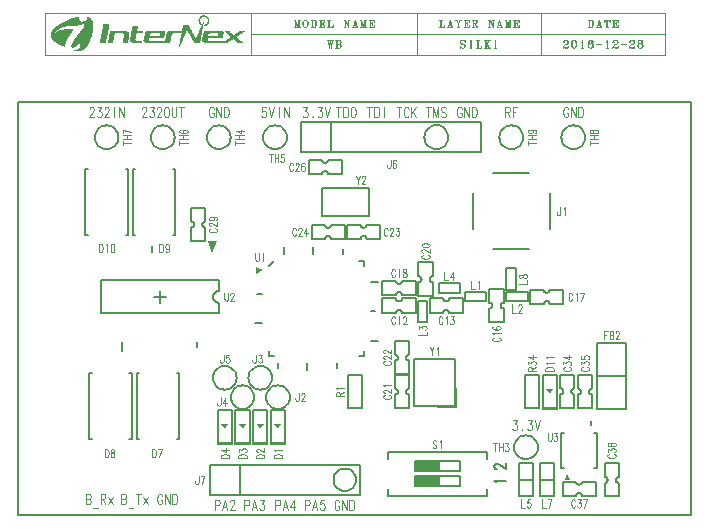
<source format=gbr>
%MOMM*%
%FSLAX33Y33*%
%ADD10C,0.203200*%
%ADD11C,0.120000*%
%ADD12C,0.152400*%
%ADD14C,0.199390*%
%ADD15C,0.070000*%
G90*G71*G01*D02*G54D10*X000000Y000000D02*X057000Y000000D01*X057000Y035000D01*
X000000Y035000D01*X000000Y000000D01*X026710Y003000D02*X026728Y002815D01*
X026782Y002636D01*X026870Y002472D01*X026988Y002328D01*X027132Y002210D01*
X027296Y002122D01*X027475Y002068D01*X027660Y002050D01*X027845Y002068D01*
X028024Y002122D01*X028188Y002210D01*X028332Y002328D01*X028450Y002472D01*
X028538Y002636D01*X028592Y002815D01*X028610Y003000D01*X028592Y003185D01*
X028538Y003364D01*X028450Y003528D01*X028332Y003672D01*X028188Y003790D01*
X028024Y003878D01*X027845Y003932D01*X027660Y003950D01*X027475Y003932D01*
X027296Y003878D01*X027132Y003790D01*X026988Y003672D01*X026870Y003528D01*
X026782Y003364D01*X026728Y003185D01*X026710Y003000D01*X016230Y004270D02*
X016230Y001730D01*X028930Y001730D01*X028930Y004270D01*X016230Y004270D01*
X018770Y004270D02*X018770Y001730D01*X035659Y002489D02*X035659Y003305D01*
X033627Y002489D02*X037405Y002489D01*X037405Y003305D01*X033627Y003305D01*
X033627Y002489D01*X033627Y003759D02*X037405Y003759D01*X037405Y004575D01*
X033627Y004575D01*X033627Y003759D01*X035659Y003759D02*X035659Y004575D01*
X031300Y002240D02*X031300Y001640D01*X039700Y001640D01*X039700Y002240D01*
X039700Y004760D02*X039700Y005360D01*X031300Y005360D01*X031300Y004760D01*
X006230Y006450D02*X006030Y006450D01*X006030Y012050D01*X006230Y012050D01*
X009430Y006450D02*X009630Y006450D01*X009630Y012050D01*X009430Y012050D01*
X010230Y006450D02*X010030Y006450D01*X010030Y012050D01*X010230Y012050D01*
X013430Y006450D02*X013630Y006450D01*X013630Y012050D01*X013430Y012050D01*
X042000Y005750D02*X042019Y005555D01*X042076Y005367D01*X042169Y005194D01*
X042293Y005043D01*X042444Y004919D01*X042617Y004826D01*X042805Y004769D01*
X043000Y004750D01*X043195Y004769D01*X043383Y004826D01*X043556Y004919D01*
X043707Y005043D01*X043831Y005194D01*X043924Y005367D01*X043981Y005555D01*
X044000Y005750D01*X043981Y005945D01*X043924Y006133D01*X043831Y006306D01*
X043707Y006457D01*X043556Y006581D01*X043383Y006674D01*X043195Y006731D01*
X043000Y006750D01*X042805Y006731D01*X042617Y006674D01*X042444Y006581D01*
X042293Y006457D01*X042169Y006306D01*X042076Y006133D01*X042019Y005945D01*
X042000Y005750D01*X048800Y007000D02*X049000Y007000D01*X049000Y004000D01*
X048800Y004000D01*X046200Y007000D02*X046000Y007000D01*X046000Y004000D01*
X046200Y004000D01*X018000Y010000D02*X018019Y009805D01*X018076Y009617D01*
X018169Y009444D01*X018293Y009293D01*X018444Y009169D01*X018617Y009076D01*
X018805Y009019D01*X019000Y009000D01*X019195Y009019D01*X019383Y009076D01*
X019556Y009169D01*X019707Y009293D01*X019831Y009444D01*X019924Y009617D01*
X019981Y009805D01*X020000Y010000D01*X019981Y010195D01*X019924Y010383D01*
X019831Y010556D01*X019707Y010707D01*X019556Y010831D01*X019383Y010924D01*
X019195Y010981D01*X019000Y011000D01*X018805Y010981D01*X018617Y010924D01*
X018444Y010831D01*X018293Y010707D01*X018169Y010556D01*X018076Y010383D01*
X018019Y010195D01*X018000Y010000D01*X016500Y011625D02*X016519Y011430D01*
X016576Y011242D01*X016669Y011069D01*X016793Y010918D01*X016944Y010794D01*
X017117Y010701D01*X017305Y010644D01*X017500Y010625D01*X017695Y010644D01*
X017883Y010701D01*X018056Y010794D01*X018207Y010918D01*X018331Y011069D01*
X018424Y011242D01*X018481Y011430D01*X018500Y011625D01*X018481Y011820D01*
X018424Y012008D01*X018331Y012181D01*X018207Y012332D01*X018056Y012456D01*
X017883Y012549D01*X017695Y012606D01*X017500Y012625D01*X017305Y012606D01*
X017117Y012549D01*X016944Y012456D01*X016793Y012332D01*X016669Y012181D01*
X016576Y012008D01*X016519Y011820D01*X016500Y011625D01*X021000Y010000D02*
X021019Y009805D01*X021076Y009617D01*X021169Y009444D01*X021293Y009293D01*
X021444Y009169D01*X021617Y009076D01*X021805Y009019D01*X022000Y009000D01*
X022195Y009019D01*X022383Y009076D01*X022556Y009169D01*X022707Y009293D01*
X022831Y009444D01*X022924Y009617D01*X022981Y009805D01*X023000Y010000D01*
X022981Y010195D01*X022924Y010383D01*X022831Y010556D01*X022707Y010707D01*
X022556Y010831D01*X022383Y010924D01*X022195Y010981D01*X022000Y011000D01*
X021805Y010981D01*X021617Y010924D01*X021444Y010831D01*X021293Y010707D01*
X021169Y010556D01*X021076Y010383D01*X021019Y010195D01*X021000Y010000D01*
X019500Y011625D02*X019519Y011430D01*X019576Y011242D01*X019669Y011069D01*
X019793Y010918D01*X019944Y010794D01*X020117Y010701D01*X020305Y010644D01*
X020500Y010625D01*X020695Y010644D01*X020883Y010701D01*X021056Y010794D01*
X021207Y010918D01*X021331Y011069D01*X021424Y011242D01*X021481Y011430D01*
X021500Y011625D01*X021481Y011820D01*X021424Y012008D01*X021331Y012181D01*
X021207Y012332D01*X021056Y012456D01*X020883Y012549D01*X020695Y012606D01*
X020500Y012625D01*X020305Y012606D01*X020117Y012549D01*X019944Y012456D01*
X019793Y012332D01*X019669Y012181D01*X019576Y012008D01*X019519Y011820D01*
X019500Y011625D01*X051450Y014550D02*X051450Y008950D01*X049050Y008950D01*
X049050Y014550D01*X051450Y014550D01*X051450Y011750D02*X049050Y011750D01*
X033550Y009250D02*X033550Y013250D01*X036950Y013250D01*X036950Y009250D01*
X033550Y009250D01*X035550Y009150D02*X037050Y009150D01*X037050Y010750D01*
X015175Y014700D02*X015175Y014200D01*X017000Y018000D02*X016951Y018002D01*
X016902Y018010D01*X016855Y018022D01*X016809Y018038D01*X016764Y018059D01*
X016722Y018084D01*X016683Y018113D01*X016646Y018146D01*X016613Y018183D01*
X016584Y018222D01*X016559Y018264D01*X016538Y018309D01*X016522Y018355D01*
X016510Y018402D01*X016502Y018451D01*X016500Y018500D01*X016502Y018549D01*
X016510Y018598D01*X016522Y018645D01*X016538Y018691D01*X016559Y018736D01*
X016584Y018778D01*X016613Y018817D01*X016646Y018854D01*X016683Y018887D01*
X016722Y018916D01*X016764Y018941D01*X016809Y018962D01*X016855Y018978D01*
X016902Y018990D01*X016951Y018998D01*X017000Y019000D01*X012500Y018500D02*
X011500Y018500D01*X012000Y019000D02*X012000Y018000D01*X017000Y019900D02*
X017000Y019000D01*X017000Y017100D02*X017000Y018000D01*X017000Y017100D02*
X007000Y017100D01*X007000Y019900D01*X017000Y019900D01*X011365Y022800D02*
X011365Y022300D01*X008825Y014700D02*X008825Y013900D01*X022500Y022700D02*
X022500Y022100D01*X022000Y012900D02*X022000Y012500D01*X021650Y021500D02*
X021250Y021100D01*X021650Y013500D02*X021250Y013500D01*X021250Y013900D01*
X029250Y013900D02*X029250Y013500D01*X028850Y013500D01*X028850Y021500D02*
X029250Y021500D01*X029250Y021100D01*X020650Y018750D02*X020250Y018750D01*
X027000Y012500D02*X027000Y012900D01*X024500Y012900D02*X024500Y012300D01*
X029850Y017250D02*X030250Y017250D01*X030450Y014750D02*X029850Y014750D01*
X025000Y022700D02*X025000Y022100D01*X027500Y022100D02*X027500Y022500D01*
X020650Y016250D02*X020050Y016250D01*X029850Y019750D02*X030450Y019750D01*
X005900Y023700D02*X005700Y023700D01*X005700Y029300D01*X005900Y029300D01*
X009100Y023700D02*X009300Y023700D01*X009300Y029300D01*X009100Y029300D01*
X009900Y023700D02*X009700Y023700D01*X009700Y029300D01*X009900Y029300D01*
X013100Y023700D02*X013300Y023700D01*X013300Y029300D01*X013100Y029300D01*
X040250Y022500D02*X043250Y022500D01*X040250Y029000D02*X043250Y029000D01*
X045000Y027250D02*X045000Y024250D01*X038500Y027250D02*X038500Y024250D01*
X029750Y025300D02*X029750Y027700D01*X025750Y027700D01*X025750Y025300D01*
X029750Y025300D01*X026520Y030730D02*X026520Y033270D01*X023980Y033270D02*
X023980Y030730D01*X039220Y030730D01*X039220Y033270D01*X023980Y033270D01*
X034394Y032000D02*X034414Y031802D01*X034471Y031611D01*X034565Y031436D01*
X034692Y031282D01*X034846Y031155D01*X035021Y031061D01*X035212Y031004D01*
X035410Y030984D01*X035608Y031004D01*X035799Y031061D01*X035974Y031155D01*
X036128Y031282D01*X036255Y031436D01*X036349Y031611D01*X036406Y031802D01*
X036426Y032000D01*X036406Y032198D01*X036349Y032389D01*X036255Y032564D01*
X036128Y032718D01*X035974Y032845D01*X035799Y032939D01*X035608Y032996D01*
X035410Y033016D01*X035212Y032996D01*X035021Y032939D01*X034846Y032845D01*
X034692Y032718D01*X034565Y032564D01*X034471Y032389D01*X034414Y032198D01*
X034394Y032000D01*X006500Y032000D02*X006519Y031805D01*X006576Y031617D01*
X006669Y031444D01*X006793Y031293D01*X006944Y031169D01*X007117Y031076D01*
X007305Y031019D01*X007500Y031000D01*X007695Y031019D01*X007883Y031076D01*
X008056Y031169D01*X008207Y031293D01*X008331Y031444D01*X008424Y031617D01*
X008481Y031805D01*X008500Y032000D01*X008481Y032195D01*X008424Y032383D01*
X008331Y032556D01*X008207Y032707D01*X008056Y032831D01*X007883Y032924D01*
X007695Y032981D01*X007500Y033000D01*X007305Y032981D01*X007117Y032924D01*
X006944Y032831D01*X006793Y032707D01*X006669Y032556D01*X006576Y032383D01*
X006519Y032195D01*X006500Y032000D01*X011250Y032000D02*X011269Y031805D01*
X011326Y031617D01*X011419Y031444D01*X011543Y031293D01*X011694Y031169D01*
X011867Y031076D01*X012055Y031019D01*X012250Y031000D01*X012445Y031019D01*
X012633Y031076D01*X012806Y031169D01*X012957Y031293D01*X013081Y031444D01*
X013174Y031617D01*X013231Y031805D01*X013250Y032000D01*X013231Y032195D01*
X013174Y032383D01*X013081Y032556D01*X012957Y032707D01*X012806Y032831D01*
X012633Y032924D01*X012445Y032981D01*X012250Y033000D01*X012055Y032981D01*
X011867Y032924D01*X011694Y032831D01*X011543Y032707D01*X011419Y032556D01*
X011326Y032383D01*X011269Y032195D01*X011250Y032000D01*X016000Y032000D02*
X016019Y031805D01*X016076Y031617D01*X016169Y031444D01*X016293Y031293D01*
X016444Y031169D01*X016617Y031076D01*X016805Y031019D01*X017000Y031000D01*
X017195Y031019D01*X017383Y031076D01*X017556Y031169D01*X017707Y031293D01*
X017831Y031444D01*X017924Y031617D01*X017981Y031805D01*X018000Y032000D01*
X017981Y032195D01*X017924Y032383D01*X017831Y032556D01*X017707Y032707D01*
X017556Y032831D01*X017383Y032924D01*X017195Y032981D01*X017000Y033000D01*
X016805Y032981D01*X016617Y032924D01*X016444Y032831D01*X016293Y032707D01*
X016169Y032556D01*X016076Y032383D01*X016019Y032195D01*X016000Y032000D01*
X020750Y032000D02*X020769Y031805D01*X020826Y031617D01*X020919Y031444D01*
X021043Y031293D01*X021194Y031169D01*X021367Y031076D01*X021555Y031019D01*
X021750Y031000D01*X021945Y031019D01*X022133Y031076D01*X022306Y031169D01*
X022457Y031293D01*X022581Y031444D01*X022674Y031617D01*X022731Y031805D01*
X022750Y032000D01*X022731Y032195D01*X022674Y032383D01*X022581Y032556D01*
X022457Y032707D01*X022306Y032831D01*X022133Y032924D01*X021945Y032981D01*
X021750Y033000D01*X021555Y032981D01*X021367Y032924D01*X021194Y032831D01*
X021043Y032707D01*X020919Y032556D01*X020826Y032383D01*X020769Y032195D01*
X020750Y032000D01*X040750Y032000D02*X040769Y031805D01*X040826Y031617D01*
X040919Y031444D01*X041043Y031293D01*X041194Y031169D01*X041367Y031076D01*
X041555Y031019D01*X041750Y031000D01*X041945Y031019D01*X042133Y031076D01*
X042306Y031169D01*X042457Y031293D01*X042581Y031444D01*X042674Y031617D01*
X042731Y031805D01*X042750Y032000D01*X042731Y032195D01*X042674Y032383D01*
X042581Y032556D01*X042457Y032707D01*X042306Y032831D01*X042133Y032924D01*
X041945Y032981D01*X041750Y033000D01*X041555Y032981D01*X041367Y032924D01*
X041194Y032831D01*X041043Y032707D01*X040919Y032556D01*X040826Y032383D01*
X040769Y032195D01*X040750Y032000D01*X046000Y032000D02*X046019Y031805D01*
X046076Y031617D01*X046169Y031444D01*X046293Y031293D01*X046444Y031169D01*
X046617Y031076D01*X046805Y031019D01*X047000Y031000D01*X047195Y031019D01*
X047383Y031076D01*X047556Y031169D01*X047707Y031293D01*X047831Y031444D01*
X047924Y031617D01*X047981Y031805D01*X048000Y032000D01*X047981Y032195D01*
X047924Y032383D01*X047831Y032556D01*X047707Y032707D01*X047556Y032831D01*
X047383Y032924D01*X047195Y032981D01*X047000Y033000D01*X046805Y032981D01*
X046617Y032924D01*X046444Y032831D01*X046293Y032707D01*X046169Y032556D01*
X046076Y032383D01*X046019Y032195D01*X046000Y032000D01*D02*G54D11*
X041230Y033675D02*X041230Y034575D01*X041492Y034575D01*X041578Y034520D01*
X041607Y034480D01*X041640Y034398D01*X041640Y034316D01*X041607Y034234D01*
X041578Y034180D01*X041492Y034139D01*X041230Y034139D01*X041431Y034139D02*
X041640Y033675D01*X042270Y034575D02*X041860Y034575D01*X041860Y033675D01*
X041860Y034139D02*X042110Y034139D01*X041908Y008061D02*X042227Y008061D01*
X042051Y007720D01*X042141Y007720D01*X042198Y007680D01*X042227Y007639D01*
X042260Y007516D01*X042260Y007420D01*X042227Y007298D01*X042170Y007216D01*
X042084Y007175D01*X041994Y007175D01*X041908Y007216D01*X041879Y007257D01*
X041850Y007339D01*X042681Y007257D02*X042665Y007216D01*X042681Y007175D01*
X042697Y007216D01*X042681Y007257D01*X043168Y008061D02*X043487Y008061D01*
X043311Y007720D01*X043401Y007720D01*X043458Y007680D01*X043487Y007639D01*
X043520Y007516D01*X043520Y007420D01*X043487Y007298D01*X043430Y007216D01*
X043344Y007175D01*X043254Y007175D01*X043168Y007216D01*X043139Y007257D01*
X043110Y007339D01*X043740Y008075D02*X043941Y007175D01*X044150Y008075D01*
X027200Y001107D02*X027171Y001189D01*X027114Y001270D01*X027061Y001325D01*
X026950Y001325D01*X026897Y001270D01*X026843Y001189D01*X026815Y001107D01*
X026790Y000984D01*X026790Y000766D01*X026815Y000643D01*X026843Y000548D01*
X026897Y000466D01*X026950Y000425D01*X027061Y000425D01*X027114Y000466D01*
X027171Y000548D01*X027200Y000643D01*X027200Y000766D01*X027061Y000766D01*
X027420Y000425D02*X027420Y001325D01*X027830Y000425D01*X027830Y001325D01*
X028050Y001325D02*X028255Y001325D01*X028341Y001270D01*X028398Y001189D01*
X028427Y001107D01*X028460Y000984D01*X028460Y000766D01*X028427Y000643D01*
X028398Y000548D01*X028341Y000466D01*X028255Y000425D01*X028050Y000425D01*
X028050Y001325D01*X024290Y000425D02*X024290Y001325D01*X024552Y001325D01*
X024638Y001270D01*X024667Y001230D01*X024700Y001148D01*X024700Y001025D01*
X024667Y000930D01*X024638Y000889D01*X024552Y000848D01*X024290Y000848D01*
X024994Y000725D02*X025252Y000725D01*X024920Y000425D02*X025121Y001325D01*
X025330Y000425D01*X025898Y001311D02*X025608Y001311D01*X025579Y000930D01*
X025608Y000970D01*X025694Y001011D01*X025780Y001011D01*X025870Y000970D01*
X025927Y000889D01*X025960Y000766D01*X025960Y000670D01*X025927Y000548D01*
X025870Y000466D01*X025780Y000425D01*X025694Y000425D01*X025608Y000466D01*
X025579Y000507D01*X025550Y000589D01*X021790Y000425D02*X021790Y001325D01*
X022052Y001325D01*X022138Y001270D01*X022167Y001230D01*X022200Y001148D01*
X022200Y001025D01*X022167Y000930D01*X022138Y000889D01*X022052Y000848D01*
X021790Y000848D01*X022494Y000725D02*X022752Y000725D01*X022420Y000425D02*
X022621Y001325D01*X022830Y000425D01*X023321Y001311D02*X023321Y000425D01*
X023321Y001311D02*X023050Y000725D01*X023460Y000725D01*X019165Y000425D02*
X019165Y001325D01*X019427Y001325D01*X019513Y001270D01*X019542Y001230D01*
X019575Y001148D01*X019575Y001025D01*X019542Y000930D01*X019513Y000889D01*
X019427Y000848D01*X019165Y000848D01*X019869Y000725D02*X020127Y000725D01*
X019795Y000425D02*X019996Y001325D01*X020205Y000425D01*X020483Y001311D02*
X020802Y001311D01*X020626Y000970D01*X020716Y000970D01*X020773Y000930D01*
X020802Y000889D01*X020835Y000766D01*X020835Y000670D01*X020802Y000548D01*
X020745Y000466D01*X020659Y000425D01*X020569Y000425D01*X020483Y000466D01*
X020454Y000507D01*X020425Y000589D01*X016575Y034357D02*X016546Y034439D01*
X016489Y034520D01*X016436Y034575D01*X016325Y034575D01*X016272Y034520D01*
X016218Y034439D01*X016190Y034357D01*X016165Y034234D01*X016165Y034016D01*
X016190Y033893D01*X016218Y033798D01*X016272Y033716D01*X016325Y033675D01*
X016436Y033675D01*X016489Y033716D01*X016546Y033798D01*X016575Y033893D01*
X016575Y034016D01*X016436Y034016D01*X016795Y033675D02*X016795Y034575D01*
X017205Y033675D01*X017205Y034575D01*X017425Y034575D02*X017630Y034575D01*
X017716Y034520D01*X017773Y034439D01*X017802Y034357D01*X017835Y034234D01*
X017835Y034016D01*X017802Y033893D01*X017773Y033798D01*X017716Y033716D01*
X017630Y033675D01*X017425Y033675D01*X017425Y034575D01*X020948Y034561D02*
X020658Y034561D01*X020629Y034180D01*X020658Y034220D01*X020744Y034261D01*
X020830Y034261D01*X020920Y034220D01*X020977Y034139D01*X021010Y034016D01*
X021010Y033920D01*X020977Y033798D01*X020920Y033716D01*X020830Y033675D01*
X020744Y033675D01*X020658Y033716D01*X020629Y033757D01*X020600Y033839D01*
X021230Y034575D02*X021431Y033675D01*X021640Y034575D01*X022065Y034575D02*
X022065Y033675D01*X022490Y033675D02*X022490Y034575D01*X022900Y033675D01*
X022900Y034575D01*X016665Y000425D02*X016665Y001325D01*X016927Y001325D01*
X017013Y001270D01*X017042Y001230D01*X017075Y001148D01*X017075Y001025D01*
X017042Y000930D01*X017013Y000889D01*X016927Y000848D01*X016665Y000848D01*
X017369Y000725D02*X017627Y000725D01*X017295Y000425D02*X017496Y001325D01*
X017705Y000425D01*X017954Y001107D02*X017954Y001148D01*X017983Y001230D01*
X018011Y001270D01*X018069Y001325D01*X018187Y001325D01*X018245Y001270D01*
X018273Y001230D01*X018302Y001148D01*X018302Y001066D01*X018273Y000984D01*
X018216Y000848D01*X017925Y000425D01*X018335Y000425D01*X032040Y034575D02*
X032450Y034575D01*X032245Y034575D02*X032245Y033675D01*X033080Y034357D02*
X033051Y034439D01*X032994Y034520D01*X032941Y034575D01*X032830Y034575D01*
X032777Y034520D01*X032723Y034439D01*X032695Y034357D01*X032670Y034234D01*
X032670Y034016D01*X032695Y033893D01*X032723Y033798D01*X032777Y033716D01*
X032830Y033675D01*X032941Y033675D01*X032994Y033716D01*X033051Y033798D01*
X033080Y033893D01*X033444Y034180D02*X033710Y033675D01*X033710Y034575D02*
X033300Y033975D01*X033300Y034575D02*X033300Y033675D01*X006064Y034357D02*
X006064Y034398D01*X006093Y034480D01*X006121Y034520D01*X006179Y034575D01*
X006297Y034575D01*X006355Y034520D01*X006383Y034480D01*X006412Y034398D01*
X006412Y034316D01*X006383Y034234D01*X006326Y034098D01*X006035Y033675D01*
X006445Y033675D01*X006723Y034561D02*X007042Y034561D01*X006866Y034220D01*
X006956Y034220D01*X007013Y034180D01*X007042Y034139D01*X007075Y034016D01*
X007075Y033920D01*X007042Y033798D01*X006985Y033716D01*X006899Y033675D01*
X006809Y033675D01*X006723Y033716D01*X006694Y033757D01*X006665Y033839D01*
X007324Y034357D02*X007324Y034398D01*X007353Y034480D01*X007381Y034520D01*
X007439Y034575D01*X007557Y034575D01*X007615Y034520D01*X007643Y034480D01*
X007672Y034398D01*X007672Y034316D01*X007643Y034234D01*X007586Y034098D01*
X007295Y033675D01*X007705Y033675D01*X008130Y034575D02*X008130Y033675D01*
X008555Y033675D02*X008555Y034575D01*X008965Y033675D01*X008965Y034575D01*
X010499Y034357D02*X010499Y034398D01*X010528Y034480D01*X010556Y034520D01*
X010614Y034575D01*X010732Y034575D01*X010790Y034520D01*X010818Y034480D01*
X010847Y034398D01*X010847Y034316D01*X010818Y034234D01*X010761Y034098D01*
X010470Y033675D01*X010880Y033675D01*X011158Y034561D02*X011477Y034561D01*
X011301Y034220D01*X011391Y034220D01*X011448Y034180D01*X011477Y034139D01*
X011510Y034016D01*X011510Y033920D01*X011477Y033798D01*X011420Y033716D01*
X011334Y033675D01*X011244Y033675D01*X011158Y033716D01*X011129Y033757D01*
X011100Y033839D01*X011759Y034357D02*X011759Y034398D01*X011788Y034480D01*
X011816Y034520D01*X011874Y034575D01*X011992Y034575D01*X012050Y034520D01*
X012078Y034480D01*X012107Y034398D01*X012107Y034316D01*X012078Y034234D01*
X012021Y034098D01*X011730Y033675D01*X012140Y033675D01*X012512Y034575D02*
X012463Y034520D01*X012409Y034439D01*X012385Y034357D01*X012360Y034234D01*
X012360Y034016D01*X012385Y033893D01*X012409Y033798D01*X012463Y033716D01*
X012512Y033675D01*X012614Y033675D01*X012663Y033716D01*X012717Y033798D01*
X012741Y033893D01*X012770Y034016D01*X012770Y034234D01*X012741Y034357D01*
X012717Y034439D01*X012663Y034520D01*X012614Y034575D01*X012512Y034575D01*
X012990Y034575D02*X012990Y033934D01*X013019Y033798D01*X013076Y033716D01*
X013166Y033675D01*X013224Y033675D01*X013310Y033716D01*X013367Y033798D01*
X013400Y033934D01*X013400Y034575D01*X013620Y034575D02*X014030Y034575D01*
X013825Y034575D02*X013825Y033675D01*X034540Y034575D02*X034950Y034575D01*
X034745Y034575D02*X034745Y033675D01*X035170Y033675D02*X035170Y034575D01*
X035375Y033675D01*X035580Y034575D01*X035580Y033675D01*X036210Y034439D02*
X036148Y034520D01*X036062Y034575D01*X035944Y034575D01*X035858Y034520D01*
X035800Y034439D01*X035800Y034357D01*X035829Y034275D01*X035858Y034234D01*
X035915Y034180D01*X036091Y034098D01*X036148Y034057D01*X036177Y034016D01*
X036210Y033934D01*X036210Y033798D01*X036148Y033716D01*X036062Y033675D01*
X035944Y033675D01*X035858Y033716D01*X035800Y033798D01*X037575Y034357D02*
X037546Y034439D01*X037489Y034520D01*X037436Y034575D01*X037325Y034575D01*
X037272Y034520D01*X037218Y034439D01*X037190Y034357D01*X037165Y034234D01*
X037165Y034016D01*X037190Y033893D01*X037218Y033798D01*X037272Y033716D01*
X037325Y033675D01*X037436Y033675D01*X037489Y033716D01*X037546Y033798D01*
X037575Y033893D01*X037575Y034016D01*X037436Y034016D01*X037795Y033675D02*
X037795Y034575D01*X038205Y033675D01*X038205Y034575D01*X038425Y034575D02*
X038630Y034575D01*X038716Y034520D01*X038773Y034439D01*X038802Y034357D01*
X038835Y034234D01*X038835Y034016D01*X038802Y033893D01*X038773Y033798D01*
X038716Y033716D01*X038630Y033675D01*X038425Y033675D01*X038425Y034575D01*
X046575Y034357D02*X046546Y034439D01*X046489Y034520D01*X046436Y034575D01*
X046325Y034575D01*X046272Y034520D01*X046218Y034439D01*X046190Y034357D01*
X046165Y034234D01*X046165Y034016D01*X046190Y033893D01*X046218Y033798D01*
X046272Y033716D01*X046325Y033675D01*X046436Y033675D01*X046489Y033716D01*
X046546Y033798D01*X046575Y033893D01*X046575Y034016D01*X046436Y034016D01*
X046795Y033675D02*X046795Y034575D01*X047205Y033675D01*X047205Y034575D01*
X047425Y034575D02*X047630Y034575D01*X047716Y034520D01*X047773Y034439D01*
X047802Y034357D01*X047835Y034234D01*X047835Y034016D01*X047802Y033893D01*
X047773Y033798D01*X047716Y033716D01*X047630Y033675D01*X047425Y033675D01*
X047425Y034575D01*X012200Y001607D02*X012171Y001689D01*X012114Y001770D01*
X012061Y001825D01*X011950Y001825D01*X011897Y001770D01*X011843Y001689D01*
X011815Y001607D01*X011790Y001484D01*X011790Y001266D01*X011815Y001143D01*
X011843Y001048D01*X011897Y000966D01*X011950Y000925D01*X012061Y000925D01*
X012114Y000966D01*X012171Y001048D01*X012200Y001143D01*X012200Y001266D01*
X012061Y001266D01*X012420Y000925D02*X012420Y001825D01*X012830Y000925D01*
X012830Y001825D01*X013050Y001825D02*X013255Y001825D01*X013341Y001770D01*
X013398Y001689D01*X013427Y001607D01*X013460Y001484D01*X013460Y001266D01*
X013427Y001143D01*X013398Y001048D01*X013341Y000966D01*X013255Y000925D01*
X013050Y000925D01*X013050Y001825D01*X029540Y034575D02*X029950Y034575D01*
X029745Y034575D02*X029745Y033675D01*X030170Y034575D02*X030375Y034575D01*
X030461Y034520D01*X030518Y034439D01*X030547Y034357D01*X030580Y034234D01*
X030580Y034016D01*X030547Y033893D01*X030518Y033798D01*X030461Y033716D01*
X030375Y033675D01*X030170Y033675D01*X030170Y034575D01*X031005Y034575D02*
X031005Y033675D01*X026915Y034575D02*X027325Y034575D01*X027120Y034575D02*
X027120Y033675D01*X027545Y034575D02*X027750Y034575D01*X027836Y034520D01*
X027893Y034439D01*X027922Y034357D01*X027955Y034234D01*X027955Y034016D01*
X027922Y033893D01*X027893Y033798D01*X027836Y033716D01*X027750Y033675D01*
X027545Y033675D01*X027545Y034575D01*X028327Y034575D02*X028278Y034520D01*
X028224Y034439D01*X028200Y034357D01*X028175Y034234D01*X028175Y034016D01*
X028200Y033893D01*X028224Y033798D01*X028278Y033716D01*X028327Y033675D01*
X028429Y033675D01*X028478Y033716D01*X028532Y033798D01*X028556Y033893D01*
X028585Y034016D01*X028585Y034234D01*X028556Y034357D01*X028532Y034439D01*
X028478Y034520D01*X028429Y034575D01*X028327Y034575D01*X008725Y001389D02*
X008987Y001389D01*X009073Y001348D01*X009102Y001307D01*X009135Y001225D01*
X009135Y001089D01*X009102Y001007D01*X009073Y000966D01*X008987Y000925D01*
X008725Y000925D01*X008725Y001825D01*X008987Y001825D01*X009073Y001770D01*
X009102Y001730D01*X009135Y001648D01*X009135Y001566D01*X009102Y001484D01*
X009073Y001430D01*X008987Y001389D01*X009355Y000625D02*X009765Y000625D01*
X009985Y001825D02*X010395Y001825D01*X010190Y001825D02*X010190Y000925D01*
X011025Y001511D02*X010615Y000925D01*X010615Y001511D02*X011025Y000925D01*
X005725Y001389D02*X005987Y001389D01*X006073Y001348D01*X006102Y001307D01*
X006135Y001225D01*X006135Y001089D01*X006102Y001007D01*X006073Y000966D01*
X005987Y000925D01*X005725Y000925D01*X005725Y001825D01*X005987Y001825D01*
X006073Y001770D01*X006102Y001730D01*X006135Y001648D01*X006135Y001566D01*
X006102Y001484D01*X006073Y001430D01*X005987Y001389D01*X006355Y000625D02*
X006765Y000625D01*X006985Y000925D02*X006985Y001825D01*X007247Y001825D01*
X007333Y001770D01*X007362Y001730D01*X007395Y001648D01*X007395Y001566D01*
X007362Y001484D01*X007333Y001430D01*X007247Y001389D01*X006985Y001389D01*
X007186Y001389D02*X007395Y000925D01*X008025Y001511D02*X007615Y000925D01*
X007615Y001511D02*X008025Y000925D01*X024158Y034561D02*X024477Y034561D01*
X024301Y034220D01*X024391Y034220D01*X024448Y034180D01*X024477Y034139D01*
X024510Y034016D01*X024510Y033920D01*X024477Y033798D01*X024420Y033716D01*
X024334Y033675D01*X024244Y033675D01*X024158Y033716D01*X024129Y033757D01*
X024100Y033839D01*X024931Y033757D02*X024915Y033716D01*X024931Y033675D01*
X024947Y033716D01*X024931Y033757D01*X025418Y034561D02*X025737Y034561D01*
X025561Y034220D01*X025651Y034220D01*X025708Y034180D01*X025737Y034139D01*
X025770Y034016D01*X025770Y033920D01*X025737Y033798D01*X025680Y033716D01*
X025594Y033675D01*X025504Y033675D01*X025418Y033716D01*X025389Y033757D01*
X025360Y033839D01*X025990Y034575D02*X026191Y033675D01*X026400Y034575D01*
X042596Y001350D02*X042596Y000650D01*X042914Y000650D01*X043356Y001339D02*
X043130Y001339D01*X043108Y001042D01*X043130Y001074D01*X043197Y001106D01*
X043264Y001106D01*X043334Y001074D01*X043379Y001011D01*X043404Y000915D01*
X043404Y000841D01*X043379Y000745D01*X043334Y000682D01*X043264Y000650D01*
X043197Y000650D01*X043130Y000682D01*X043108Y000714D01*X043086Y000777D01*
X044346Y001350D02*X044346Y000650D01*X044664Y000650D01*X044836Y001339D02*
X045154Y001339D01*X044925Y000650D01*X015286Y003350D02*X015286Y002820D01*
X015254Y002714D01*X015222Y002682D01*X015162Y002650D01*X015095Y002650D01*
X015034Y002682D01*X015003Y002714D01*X014971Y002820D01*X014971Y002883D01*
X015461Y003339D02*X015779Y003339D01*X015550Y002650D01*X035414Y006244D02*
X035366Y006308D01*X035300Y006350D01*X035207Y006350D01*X035140Y006308D01*
X035096Y006244D01*X035096Y006180D01*X035118Y006117D01*X035140Y006085D01*
X035185Y006042D01*X035322Y005979D01*X035366Y005947D01*X035389Y005915D01*
X035414Y005852D01*X035414Y005745D01*X035366Y005682D01*X035300Y005650D01*
X035207Y005650D01*X035140Y005682D01*X035096Y005745D01*X035710Y006212D02*
X035735Y006244D01*X035774Y006339D01*X035774Y005650D01*X047169Y001180D02*
X047147Y001244D01*X047102Y001308D01*X047061Y001350D01*X046975Y001350D01*
X046934Y001308D01*X046892Y001244D01*X046870Y001180D01*X046851Y001085D01*
X046851Y000915D01*X046870Y000820D01*X046892Y000745D01*X046934Y000682D01*
X046975Y000650D01*X047061Y000650D01*X047102Y000682D01*X047147Y000745D01*
X047169Y000820D01*X047385Y001339D02*X047634Y001339D01*X047497Y001074D01*
X047567Y001074D01*X047611Y001042D01*X047634Y001011D01*X047659Y000915D01*
X047659Y000841D01*X047634Y000745D01*X047589Y000682D01*X047522Y000650D01*
X047452Y000650D01*X047385Y000682D01*X047363Y000714D01*X047341Y000777D01*
X047831Y001339D02*X048149Y001339D01*X047920Y000650D01*X050070Y005169D02*
X050006Y005147D01*X049942Y005102D01*X049900Y005061D01*X049900Y004975D01*
X049942Y004934D01*X050006Y004892D01*X050070Y004870D01*X050165Y004851D01*
X050335Y004851D01*X050430Y004870D01*X050505Y004892D01*X050568Y004934D01*
X050600Y004975D01*X050600Y005061D01*X050568Y005102D01*X050505Y005147D01*
X050430Y005169D01*X049911Y005385D02*X049911Y005634D01*X050176Y005497D01*
X050176Y005567D01*X050208Y005611D01*X050239Y005634D01*X050335Y005659D01*
X050409Y005659D01*X050505Y005634D01*X050568Y005589D01*X050600Y005522D01*
X050600Y005452D01*X050568Y005385D01*X050536Y005363D01*X050473Y005341D01*
X049911Y005942D02*X049942Y005875D01*X050006Y005853D01*X050070Y005853D01*
X050144Y005875D01*X050176Y005920D01*X050208Y006012D01*X050239Y006079D01*
X050303Y006124D01*X050367Y006149D01*X050473Y006149D01*X050536Y006124D01*
X050568Y006101D01*X050600Y006035D01*X050600Y005942D01*X050568Y005875D01*
X050536Y005853D01*X050473Y005831D01*X050367Y005831D01*X050303Y005853D01*
X050239Y005898D01*X050208Y005965D01*X050176Y006057D01*X050144Y006101D01*
X050070Y006124D01*X050006Y006124D01*X049942Y006101D01*X049911Y006035D01*
X049911Y005942D01*X007346Y005600D02*X007505Y005600D01*X007572Y005558D01*
X007616Y005494D01*X007639Y005430D01*X007664Y005335D01*X007664Y005165D01*
X007639Y005070D01*X007616Y004995D01*X007572Y004932D01*X007505Y004900D01*
X007346Y004900D01*X007346Y005600D01*X007947Y005589D02*X007880Y005558D01*
X007858Y005494D01*X007858Y005430D01*X007880Y005356D01*X007925Y005324D01*
X008017Y005292D01*X008084Y005261D01*X008129Y005197D01*X008154Y005133D01*
X008154Y005027D01*X008129Y004964D01*X008106Y004932D01*X008040Y004900D01*
X007947Y004900D01*X007880Y004932D01*X007858Y004964D01*X007836Y005027D01*
X007836Y005133D01*X007858Y005197D01*X007903Y005261D01*X007970Y005292D01*
X008062Y005324D01*X008106Y005356D01*X008129Y005430D01*X008129Y005494D01*
X008106Y005558D01*X008040Y005589D01*X007947Y005589D01*X011346Y005600D02*
X011505Y005600D01*X011572Y005558D01*X011616Y005494D01*X011639Y005430D01*
X011664Y005335D01*X011664Y005165D01*X011639Y005070D01*X011616Y004995D01*
X011572Y004932D01*X011505Y004900D01*X011346Y004900D01*X011346Y005600D01*
X011836Y005589D02*X012154Y005589D01*X011925Y004900D01*X017150Y004846D02*
X017150Y005005D01*X017192Y005072D01*X017256Y005116D01*X017320Y005139D01*
X017415Y005164D01*X017585Y005164D01*X017680Y005139D01*X017755Y005116D01*
X017818Y005072D01*X017850Y005005D01*X017850Y004846D01*X017150Y004846D01*
X017161Y005546D02*X017850Y005546D01*X017161Y005546D02*X017617Y005336D01*
X017617Y005654D01*X021650Y004846D02*X021650Y005005D01*X021692Y005072D01*
X021756Y005116D01*X021820Y005139D01*X021915Y005164D01*X022085Y005164D01*
X022180Y005139D01*X022255Y005116D01*X022318Y005072D01*X022350Y005005D01*
X022350Y004846D01*X021650Y004846D01*X021788Y005460D02*X021756Y005485D01*
X021661Y005524D01*X022350Y005524D01*X020150Y004846D02*X020150Y005005D01*
X020192Y005072D01*X020256Y005116D01*X020320Y005139D01*X020415Y005164D01*
X020585Y005164D01*X020680Y005139D01*X020755Y005116D01*X020818Y005072D01*
X020850Y005005D01*X020850Y004846D01*X020150Y004846D01*X020320Y005358D02*
X020288Y005358D01*X020224Y005380D01*X020192Y005403D01*X020150Y005447D01*
X020150Y005540D01*X020192Y005584D01*X020224Y005606D01*X020288Y005629D01*
X020352Y005629D01*X020415Y005606D01*X020521Y005562D01*X020850Y005336D01*
X020850Y005654D01*X018650Y004846D02*X018650Y005005D01*X018692Y005072D01*
X018756Y005116D01*X018820Y005139D01*X018915Y005164D01*X019085Y005164D01*
X019180Y005139D01*X019255Y005116D01*X019318Y005072D01*X019350Y005005D01*
X019350Y004846D01*X018650Y004846D01*X018661Y005380D02*X018661Y005629D01*
X018926Y005492D01*X018926Y005562D01*X018958Y005606D01*X018989Y005629D01*
X019085Y005654D01*X019159Y005654D01*X019255Y005629D01*X019318Y005584D01*
X019350Y005517D01*X019350Y005447D01*X019318Y005380D01*X019286Y005358D01*
X019223Y005336D01*X040226Y006100D02*X040544Y006100D01*X040385Y006100D02*
X040385Y005400D01*X040716Y005761D02*X041034Y005761D01*X041034Y006100D02*
X041034Y005400D01*X040716Y006100D02*X040716Y005400D01*X041250Y006089D02*
X041499Y006089D01*X041362Y005824D01*X041432Y005824D01*X041476Y005792D01*
X041499Y005761D01*X041524Y005665D01*X041524Y005591D01*X041499Y005495D01*
X041454Y005432D01*X041387Y005400D01*X041317Y005400D01*X041250Y005432D01*
X041228Y005464D01*X041206Y005527D01*X044846Y006975D02*X044846Y006477D01*
X044868Y006370D01*X044913Y006307D01*X044983Y006275D01*X045027Y006275D01*
X045094Y006307D01*X045139Y006370D01*X045164Y006477D01*X045164Y006975D01*
X045380Y006964D02*X045629Y006964D01*X045492Y006699D01*X045562Y006699D01*
X045606Y006667D01*X045629Y006636D01*X045654Y006540D01*X045654Y006466D01*
X045629Y006370D01*X045584Y006307D01*X045517Y006275D01*X045447Y006275D01*
X045380Y006307D01*X045358Y006339D01*X045336Y006402D01*X017161Y009975D02*
X017161Y009445D01*X017129Y009339D01*X017097Y009307D01*X017037Y009275D01*
X016970Y009275D01*X016909Y009307D01*X016878Y009339D01*X016846Y009445D01*
X016846Y009508D01*X017546Y009964D02*X017546Y009275D01*X017546Y009964D02*
X017336Y009508D01*X017654Y009508D01*X017411Y013600D02*X017411Y013070D01*
X017379Y012964D01*X017347Y012932D01*X017287Y012900D01*X017220Y012900D01*
X017159Y012932D01*X017128Y012964D01*X017096Y013070D01*X017096Y013133D01*
X017856Y013589D02*X017630Y013589D01*X017608Y013292D01*X017630Y013324D01*
X017697Y013356D01*X017764Y013356D01*X017834Y013324D01*X017879Y013261D01*
X017904Y013165D01*X017904Y013091D01*X017879Y012995D01*X017834Y012932D01*
X017764Y012900D01*X017697Y012900D01*X017630Y012932D01*X017608Y012964D01*
X017586Y013027D01*X023786Y010350D02*X023786Y009820D01*X023754Y009714D01*
X023722Y009682D01*X023662Y009650D01*X023595Y009650D01*X023534Y009682D01*
X023503Y009714D01*X023471Y009820D01*X023471Y009883D01*X023983Y010180D02*
X023983Y010212D01*X024005Y010276D01*X024028Y010308D01*X024072Y010350D01*
X024165Y010350D01*X024209Y010308D01*X024231Y010276D01*X024254Y010212D01*
X024254Y010148D01*X024231Y010085D01*X024187Y009979D01*X023961Y009650D01*
X024279Y009650D01*X020161Y013600D02*X020161Y013070D01*X020129Y012964D01*
X020097Y012932D01*X020037Y012900D01*X019970Y012900D01*X019909Y012932D01*
X019878Y012964D01*X019846Y013070D01*X019846Y013133D01*X020380Y013589D02*
X020629Y013589D01*X020492Y013324D01*X020562Y013324D01*X020606Y013292D01*
X020629Y013261D01*X020654Y013165D01*X020654Y013091D01*X020629Y012995D01*
X020584Y012932D01*X020517Y012900D01*X020447Y012900D01*X020380Y012932D01*
X020358Y012964D01*X020336Y013027D01*X027600Y010096D02*X026900Y010096D01*
X026900Y010300D01*X026942Y010366D01*X026974Y010389D01*X027038Y010414D01*
X027102Y010414D01*X027165Y010389D01*X027208Y010366D01*X027239Y010300D01*
X027239Y010096D01*X027239Y010252D02*X027600Y010414D01*X027038Y010710D02*
X027006Y010735D01*X026911Y010774D01*X027600Y010774D01*X031070Y010169D02*
X031006Y010147D01*X030942Y010102D01*X030900Y010061D01*X030900Y009975D01*
X030942Y009934D01*X031006Y009892D01*X031070Y009870D01*X031165Y009851D01*
X031335Y009851D01*X031430Y009870D01*X031505Y009892D01*X031568Y009934D01*
X031600Y009975D01*X031600Y010061D01*X031568Y010102D01*X031505Y010147D01*
X031430Y010169D01*X031070Y010363D02*X031038Y010363D01*X030974Y010385D01*
X030942Y010408D01*X030900Y010452D01*X030900Y010545D01*X030942Y010589D01*
X030974Y010611D01*X031038Y010634D01*X031102Y010634D01*X031165Y010611D01*
X031271Y010567D01*X031600Y010341D01*X031600Y010659D01*X031038Y010955D02*
X031006Y010980D01*X030911Y011019D01*X031600Y011019D01*X046320Y012544D02*
X046256Y012522D01*X046192Y012477D01*X046150Y012436D01*X046150Y012350D01*
X046192Y012309D01*X046256Y012267D01*X046320Y012245D01*X046415Y012226D01*
X046585Y012226D01*X046680Y012245D01*X046755Y012267D01*X046818Y012309D01*
X046850Y012350D01*X046850Y012436D01*X046818Y012477D01*X046755Y012522D01*
X046680Y012544D01*X046161Y012760D02*X046161Y013009D01*X046426Y012872D01*
X046426Y012942D01*X046458Y012986D01*X046489Y013009D01*X046585Y013034D01*
X046659Y013034D01*X046755Y013009D01*X046818Y012964D01*X046850Y012897D01*
X046850Y012827D01*X046818Y012760D01*X046786Y012738D01*X046723Y012716D01*
X046161Y013416D02*X046850Y013416D01*X046161Y013416D02*X046617Y013206D01*
X046617Y013524D01*X047820Y012544D02*X047756Y012522D01*X047692Y012477D01*
X047650Y012436D01*X047650Y012350D01*X047692Y012309D01*X047756Y012267D01*
X047820Y012245D01*X047915Y012226D01*X048085Y012226D01*X048180Y012245D01*
X048255Y012267D01*X048318Y012309D01*X048350Y012350D01*X048350Y012436D01*
X048318Y012477D01*X048255Y012522D01*X048180Y012544D01*X047661Y012760D02*
X047661Y013009D01*X047926Y012872D01*X047926Y012942D01*X047958Y012986D01*
X047989Y013009D01*X048085Y013034D01*X048159Y013034D01*X048255Y013009D01*
X048318Y012964D01*X048350Y012897D01*X048350Y012827D01*X048318Y012760D01*
X048286Y012738D01*X048223Y012716D01*X047661Y013476D02*X047661Y013250D01*
X047958Y013228D01*X047926Y013250D01*X047894Y013317D01*X047894Y013384D01*
X047926Y013454D01*X047989Y013499D01*X048085Y013524D01*X048159Y013524D01*
X048255Y013499D01*X048318Y013454D01*X048350Y013384D01*X048350Y013317D01*
X048318Y013250D01*X048286Y013228D01*X048223Y013206D01*X044650Y012226D02*
X044650Y012385D01*X044692Y012452D01*X044756Y012496D01*X044820Y012519D01*
X044915Y012544D01*X045085Y012544D01*X045180Y012519D01*X045255Y012496D01*
X045318Y012452D01*X045350Y012385D01*X045350Y012226D01*X044650Y012226D01*
X044788Y012840D02*X044756Y012865D01*X044661Y012904D01*X045350Y012904D01*
X044788Y013330D02*X044756Y013355D01*X044661Y013394D01*X045350Y013394D01*
X043850Y012226D02*X043150Y012226D01*X043150Y012430D01*X043192Y012496D01*
X043224Y012519D01*X043288Y012544D01*X043352Y012544D01*X043415Y012519D01*
X043458Y012496D01*X043489Y012430D01*X043489Y012226D01*X043489Y012382D02*
X043850Y012544D01*X043161Y012760D02*X043161Y013009D01*X043426Y012872D01*
X043426Y012942D01*X043458Y012986D01*X043489Y013009D01*X043585Y013034D01*
X043659Y013034D01*X043755Y013009D01*X043818Y012964D01*X043850Y012897D01*
X043850Y012827D01*X043818Y012760D01*X043786Y012738D01*X043723Y012716D01*
X043161Y013416D02*X043850Y013416D01*X043161Y013416D02*X043617Y013206D01*
X043617Y013524D01*X049919Y015600D02*X049601Y015600D01*X049601Y014900D01*
X049601Y015261D02*X049795Y015261D01*X050091Y015261D02*X050295Y015261D01*
X050361Y015229D01*X050384Y015197D01*X050409Y015133D01*X050409Y015027D01*
X050384Y014964D01*X050361Y014932D01*X050295Y014900D01*X050091Y014900D01*
X050091Y015600D01*X050295Y015600D01*X050361Y015558D01*X050384Y015526D01*
X050409Y015462D01*X050409Y015398D01*X050384Y015335D01*X050361Y015292D01*
X050295Y015261D01*X050603Y015430D02*X050603Y015462D01*X050625Y015526D01*
X050648Y015558D01*X050692Y015600D01*X050785Y015600D01*X050829Y015558D01*
X050851Y015526D01*X050874Y015462D01*X050874Y015398D01*X050851Y015335D01*
X050807Y015229D01*X050581Y014900D01*X050899Y014900D01*X035164Y014225D02*
X035005Y013886D01*X034846Y014225D02*X035005Y013886D01*X035005Y013525D01*
X035460Y014087D02*X035485Y014119D01*X035524Y014214D01*X035524Y013525D01*
X031070Y013044D02*X031006Y013022D01*X030942Y012977D01*X030900Y012936D01*
X030900Y012850D01*X030942Y012809D01*X031006Y012767D01*X031070Y012745D01*
X031165Y012726D01*X031335Y012726D01*X031430Y012745D01*X031505Y012767D01*
X031568Y012809D01*X031600Y012850D01*X031600Y012936D01*X031568Y012977D01*
X031505Y013022D01*X031430Y013044D01*X031070Y013238D02*X031038Y013238D01*
X030974Y013260D01*X030942Y013283D01*X030900Y013327D01*X030900Y013420D01*
X030942Y013464D01*X030974Y013486D01*X031038Y013509D01*X031102Y013509D01*
X031165Y013486D01*X031271Y013442D01*X031600Y013216D01*X031600Y013534D01*
X031070Y013728D02*X031038Y013728D01*X030974Y013750D01*X030942Y013773D01*
X030900Y013817D01*X030900Y013910D01*X030942Y013954D01*X030974Y013976D01*
X031038Y013999D01*X031102Y013999D01*X031165Y013976D01*X031271Y013932D01*
X031600Y013706D01*X031600Y014024D01*X017471Y018850D02*X017471Y018352D01*
X017493Y018245D01*X017538Y018182D01*X017608Y018150D01*X017652Y018150D01*
X017719Y018182D01*X017764Y018245D01*X017789Y018352D01*X017789Y018850D01*
X017983Y018680D02*X017983Y018712D01*X018005Y018776D01*X018028Y018808D01*
X018072Y018850D01*X018165Y018850D01*X018209Y018808D01*X018231Y018776D01*
X018254Y018712D01*X018254Y018648D01*X018231Y018585D01*X018187Y018479D01*
X017961Y018150D01*X018279Y018150D01*X020096Y022225D02*X020096Y021727D01*
X020118Y021620D01*X020163Y021557D01*X020233Y021525D01*X020277Y021525D01*
X020344Y021557D01*X020389Y021620D01*X020414Y021727D01*X020414Y022225D01*
X020710Y022087D02*X020735Y022119D01*X020774Y022214D01*X020774Y021525D01*
X033900Y015221D02*X034600Y015221D01*X034600Y015539D01*X033911Y015755D02*
X033911Y016004D01*X034176Y015867D01*X034176Y015937D01*X034208Y015981D01*
X034239Y016004D01*X034335Y016029D01*X034409Y016029D01*X034505Y016004D01*
X034568Y015959D01*X034600Y015892D01*X034600Y015822D01*X034568Y015755D01*
X034536Y015733D01*X034473Y015711D01*X031919Y016680D02*X031897Y016744D01*
X031852Y016808D01*X031811Y016850D01*X031725Y016850D01*X031684Y016808D01*
X031642Y016744D01*X031620Y016680D01*X031601Y016585D01*X031601Y016415D01*
X031620Y016320D01*X031642Y016245D01*X031684Y016182D01*X031725Y016150D01*
X031811Y016150D01*X031852Y016182D01*X031897Y016245D01*X031919Y016320D01*
X032215Y016712D02*X032240Y016744D01*X032279Y016839D01*X032279Y016150D01*
X032603Y016680D02*X032603Y016712D01*X032625Y016776D01*X032648Y016808D01*
X032692Y016850D01*X032785Y016850D01*X032829Y016808D01*X032851Y016776D01*
X032874Y016712D01*X032874Y016648D01*X032851Y016585D01*X032807Y016479D01*
X032581Y016150D01*X032899Y016150D01*X035919Y016680D02*X035897Y016744D01*
X035852Y016808D01*X035811Y016850D01*X035725Y016850D01*X035684Y016808D01*
X035642Y016744D01*X035620Y016680D01*X035601Y016585D01*X035601Y016415D01*
X035620Y016320D01*X035642Y016245D01*X035684Y016182D01*X035725Y016150D01*
X035811Y016150D01*X035852Y016182D01*X035897Y016245D01*X035919Y016320D01*
X036215Y016712D02*X036240Y016744D01*X036279Y016839D01*X036279Y016150D01*
X036625Y016839D02*X036874Y016839D01*X036737Y016574D01*X036807Y016574D01*
X036851Y016542D01*X036874Y016511D01*X036899Y016415D01*X036899Y016341D01*
X036874Y016245D01*X036829Y016182D01*X036762Y016150D01*X036692Y016150D01*
X036625Y016182D01*X036603Y016214D01*X036581Y016277D01*X042400Y019596D02*
X043100Y019596D01*X043100Y019914D01*X042411Y020197D02*X042442Y020130D01*
X042506Y020108D01*X042570Y020108D01*X042644Y020130D01*X042676Y020175D01*
X042708Y020267D01*X042739Y020334D01*X042803Y020379D01*X042867Y020404D01*
X042973Y020404D01*X043036Y020379D01*X043068Y020356D01*X043100Y020290D01*
X043100Y020197D01*X043068Y020130D01*X043036Y020108D01*X042973Y020086D01*
X042867Y020086D01*X042803Y020108D01*X042739Y020153D01*X042708Y020220D01*
X042676Y020312D01*X042644Y020356D01*X042570Y020379D01*X042506Y020379D01*
X042442Y020356D01*X042411Y020290D01*X042411Y020197D01*X040320Y015044D02*
X040256Y015022D01*X040192Y014977D01*X040150Y014936D01*X040150Y014850D01*
X040192Y014809D01*X040256Y014767D01*X040320Y014745D01*X040415Y014726D01*
X040585Y014726D01*X040680Y014745D01*X040755Y014767D01*X040818Y014809D01*
X040850Y014850D01*X040850Y014936D01*X040818Y014977D01*X040755Y015022D01*
X040680Y015044D01*X040288Y015340D02*X040256Y015365D01*X040161Y015404D01*
X040850Y015404D01*X040256Y015999D02*X040192Y015973D01*X040161Y015900D01*
X040161Y015852D01*X040192Y015779D01*X040288Y015728D01*X040458Y015706D01*
X040617Y015706D01*X040755Y015728D01*X040818Y015779D01*X040850Y015852D01*
X040850Y015875D01*X040818Y015948D01*X040755Y015999D01*X040659Y016024D01*
X040617Y016024D01*X040521Y015999D01*X040458Y015948D01*X040426Y015875D01*
X040426Y015852D01*X040458Y015779D01*X040521Y015728D01*X040617Y015706D01*
X046919Y018680D02*X046897Y018744D01*X046852Y018808D01*X046811Y018850D01*
X046725Y018850D01*X046684Y018808D01*X046642Y018744D01*X046620Y018680D01*
X046601Y018585D01*X046601Y018415D01*X046620Y018320D01*X046642Y018245D01*
X046684Y018182D01*X046725Y018150D01*X046811Y018150D01*X046852Y018182D01*
X046897Y018245D01*X046919Y018320D01*X047215Y018712D02*X047240Y018744D01*
X047279Y018839D01*X047279Y018150D01*X047581Y018839D02*X047899Y018839D01*
X047670Y018150D01*X041846Y017850D02*X041846Y017150D01*X042164Y017150D01*
X042358Y017680D02*X042358Y017712D01*X042380Y017776D01*X042403Y017808D01*
X042447Y017850D01*X042540Y017850D01*X042584Y017808D01*X042606Y017776D01*
X042629Y017712D01*X042629Y017648D01*X042606Y017585D01*X042562Y017479D01*
X042336Y017150D01*X042654Y017150D01*X031919Y020680D02*X031897Y020744D01*
X031852Y020808D01*X031811Y020850D01*X031725Y020850D01*X031684Y020808D01*
X031642Y020744D01*X031620Y020680D01*X031601Y020585D01*X031601Y020415D01*
X031620Y020320D01*X031642Y020245D01*X031684Y020182D01*X031725Y020150D01*
X031811Y020150D01*X031852Y020182D01*X031897Y020245D01*X031919Y020320D01*
X032215Y020712D02*X032240Y020744D01*X032279Y020839D01*X032279Y020150D01*
X032692Y020839D02*X032625Y020808D01*X032603Y020744D01*X032603Y020680D01*
X032625Y020606D01*X032670Y020574D01*X032762Y020542D01*X032829Y020511D01*
X032874Y020447D01*X032899Y020383D01*X032899Y020277D01*X032874Y020214D01*
X032851Y020182D01*X032785Y020150D01*X032692Y020150D01*X032625Y020182D01*
X032603Y020214D01*X032581Y020277D01*X032581Y020383D01*X032603Y020447D01*
X032648Y020511D01*X032715Y020542D01*X032807Y020574D01*X032851Y020606D01*
X032874Y020680D01*X032874Y020744D01*X032851Y020808D01*X032785Y020839D01*
X032692Y020839D01*X034320Y022044D02*X034256Y022022D01*X034192Y021977D01*
X034150Y021936D01*X034150Y021850D01*X034192Y021809D01*X034256Y021767D01*
X034320Y021745D01*X034415Y021726D01*X034585Y021726D01*X034680Y021745D01*
X034755Y021767D01*X034818Y021809D01*X034850Y021850D01*X034850Y021936D01*
X034818Y021977D01*X034755Y022022D01*X034680Y022044D01*X034320Y022238D02*
X034288Y022238D01*X034224Y022260D01*X034192Y022283D01*X034150Y022327D01*
X034150Y022420D01*X034192Y022464D01*X034224Y022486D01*X034288Y022509D01*
X034352Y022509D01*X034415Y022486D01*X034521Y022442D01*X034850Y022216D01*
X034850Y022534D01*X034161Y022843D02*X034192Y022773D01*X034288Y022728D01*
X034458Y022706D01*X034553Y022706D01*X034723Y022728D01*X034818Y022773D01*
X034850Y022843D01*X034850Y022887D01*X034818Y022954D01*X034723Y022999D01*
X034553Y023024D01*X034458Y023024D01*X034288Y022999D01*X034192Y022954D01*
X034161Y022887D01*X034161Y022843D01*X036096Y020600D02*X036096Y019900D01*
X036414Y019900D01*X036796Y020589D02*X036796Y019900D01*X036796Y020589D02*
X036586Y020133D01*X036904Y020133D01*X038346Y019850D02*X038346Y019150D01*
X038664Y019150D01*X038960Y019712D02*X038985Y019744D01*X039024Y019839D01*
X039024Y019150D01*X006851Y022975D02*X007010Y022975D01*X007077Y022933D01*
X007121Y022869D01*X007144Y022805D01*X007169Y022710D01*X007169Y022540D01*
X007144Y022445D01*X007121Y022370D01*X007077Y022307D01*X007010Y022275D01*
X006851Y022275D01*X006851Y022975D01*X007465Y022837D02*X007490Y022869D01*
X007529Y022964D01*X007529Y022275D01*X007968Y022964D02*X007898Y022933D01*
X007853Y022837D01*X007831Y022667D01*X007831Y022572D01*X007853Y022402D01*
X007898Y022307D01*X007968Y022275D01*X008012Y022275D01*X008079Y022307D01*
X008124Y022402D01*X008149Y022572D01*X008149Y022667D01*X008124Y022837D01*
X008079Y022933D01*X008012Y022964D01*X007968Y022964D01*X011971Y022975D02*
X012130Y022975D01*X012197Y022933D01*X012241Y022869D01*X012264Y022805D01*
X012289Y022710D01*X012289Y022540D01*X012264Y022445D01*X012241Y022370D01*
X012197Y022307D01*X012130Y022275D01*X011971Y022275D01*X011971Y022975D01*
X012779Y022742D02*X012754Y022636D01*X012706Y022572D01*X012630Y022540D01*
X012607Y022540D01*X012534Y022572D01*X012483Y022636D01*X012461Y022742D01*
X012461Y022773D01*X012483Y022869D01*X012534Y022933D01*X012607Y022964D01*
X012630Y022964D01*X012706Y022933D01*X012754Y022869D01*X012779Y022742D01*
X012779Y022572D01*X012754Y022402D01*X012706Y022307D01*X012630Y022275D01*
X012582Y022275D01*X012509Y022307D01*X012483Y022370D01*X016320Y024294D02*
X016256Y024272D01*X016192Y024227D01*X016150Y024186D01*X016150Y024100D01*
X016192Y024059D01*X016256Y024017D01*X016320Y023995D01*X016415Y023976D01*
X016585Y023976D01*X016680Y023995D01*X016755Y024017D01*X016818Y024059D01*
X016850Y024100D01*X016850Y024186D01*X016818Y024227D01*X016755Y024272D01*
X016680Y024294D01*X016320Y024488D02*X016288Y024488D01*X016224Y024510D01*
X016192Y024533D01*X016150Y024577D01*X016150Y024670D01*X016192Y024714D01*
X016224Y024736D01*X016288Y024759D01*X016352Y024759D01*X016415Y024736D01*
X016521Y024692D01*X016850Y024466D01*X016850Y024784D01*X016383Y025274D02*
X016489Y025249D01*X016553Y025201D01*X016585Y025125D01*X016585Y025102D01*
X016553Y025029D01*X016489Y024978D01*X016383Y024956D01*X016352Y024956D01*
X016256Y024978D01*X016192Y025029D01*X016161Y025102D01*X016161Y025125D01*
X016192Y025201D01*X016256Y025249D01*X016383Y025274D01*X016553Y025274D01*
X016723Y025249D01*X016818Y025201D01*X016850Y025125D01*X016850Y025077D01*
X016818Y025004D01*X016755Y024978D01*X023544Y024180D02*X023522Y024244D01*
X023477Y024308D01*X023436Y024350D01*X023350Y024350D01*X023309Y024308D01*
X023267Y024244D01*X023245Y024180D01*X023226Y024085D01*X023226Y023915D01*
X023245Y023820D01*X023267Y023745D01*X023309Y023682D01*X023350Y023650D01*
X023436Y023650D01*X023477Y023682D01*X023522Y023745D01*X023544Y023820D01*
X023738Y024180D02*X023738Y024212D01*X023760Y024276D01*X023783Y024308D01*
X023827Y024350D01*X023920Y024350D01*X023964Y024308D01*X023986Y024276D01*
X024009Y024212D01*X024009Y024148D01*X023986Y024085D01*X023942Y023979D01*
X023716Y023650D01*X024034Y023650D01*X024416Y024339D02*X024416Y023650D01*
X024416Y024339D02*X024206Y023883D01*X024524Y023883D01*X045911Y026100D02*
X045911Y025570D01*X045879Y025464D01*X045847Y025432D01*X045787Y025400D01*
X045720Y025400D01*X045659Y025432D01*X045628Y025464D01*X045596Y025570D01*
X045596Y025633D01*X046210Y025962D02*X046235Y025994D01*X046274Y026089D01*
X046274Y025400D01*X028914Y028725D02*X028755Y028386D01*X028596Y028725D02*
X028755Y028386D01*X028755Y028025D01*X029108Y028555D02*X029108Y028587D01*
X029130Y028651D01*X029153Y028683D01*X029197Y028725D01*X029290Y028725D01*
X029334Y028683D01*X029356Y028651D01*X029379Y028587D01*X029379Y028523D01*
X029356Y028460D01*X029312Y028354D01*X029086Y028025D01*X029404Y028025D01*
X031294Y024180D02*X031272Y024244D01*X031227Y024308D01*X031186Y024350D01*
X031100Y024350D01*X031059Y024308D01*X031017Y024244D01*X030995Y024180D01*
X030976Y024085D01*X030976Y023915D01*X030995Y023820D01*X031017Y023745D01*
X031059Y023682D01*X031100Y023650D01*X031186Y023650D01*X031227Y023682D01*
X031272Y023745D01*X031294Y023820D01*X031488Y024180D02*X031488Y024212D01*
X031510Y024276D01*X031533Y024308D01*X031577Y024350D01*X031670Y024350D01*
X031714Y024308D01*X031736Y024276D01*X031759Y024212D01*X031759Y024148D01*
X031736Y024085D01*X031692Y023979D01*X031466Y023650D01*X031784Y023650D01*
X032000Y024339D02*X032249Y024339D01*X032112Y024074D01*X032182Y024074D01*
X032226Y024042D01*X032249Y024011D01*X032274Y023915D01*X032274Y023841D01*
X032249Y023745D01*X032204Y023682D01*X032137Y023650D01*X032067Y023650D01*
X032000Y023682D01*X031978Y023714D01*X031956Y023777D01*X023294Y029680D02*
X023272Y029744D01*X023227Y029808D01*X023186Y029850D01*X023100Y029850D01*
X023059Y029808D01*X023017Y029744D01*X022995Y029680D01*X022976Y029585D01*
X022976Y029415D01*X022995Y029320D01*X023017Y029245D01*X023059Y029182D01*
X023100Y029150D01*X023186Y029150D01*X023227Y029182D01*X023272Y029245D01*
X023294Y029320D01*X023488Y029680D02*X023488Y029712D01*X023510Y029776D01*
X023533Y029808D01*X023577Y029850D01*X023670Y029850D01*X023714Y029808D01*
X023736Y029776D01*X023759Y029712D01*X023759Y029648D01*X023736Y029585D01*
X023692Y029479D01*X023466Y029150D01*X023784Y029150D01*X024249Y029744D02*
X024223Y029808D01*X024150Y029839D01*X024102Y029839D01*X024029Y029808D01*
X023978Y029712D01*X023956Y029542D01*X023956Y029383D01*X023978Y029245D01*
X024029Y029182D01*X024102Y029150D01*X024125Y029150D01*X024198Y029182D01*
X024249Y029245D01*X024274Y029341D01*X024274Y029383D01*X024249Y029479D01*
X024198Y029542D01*X024125Y029574D01*X024102Y029574D01*X024029Y029542D01*
X023978Y029479D01*X023956Y029383D01*X031536Y030100D02*X031536Y029570D01*
X031504Y029464D01*X031472Y029432D01*X031412Y029400D01*X031345Y029400D01*
X031284Y029432D01*X031253Y029464D01*X031221Y029570D01*X031221Y029633D01*
X032004Y029994D02*X031978Y030058D01*X031905Y030089D01*X031857Y030089D01*
X031784Y030058D01*X031733Y029962D01*X031711Y029792D01*X031711Y029633D01*
X031733Y029495D01*X031784Y029432D01*X031857Y029400D01*X031880Y029400D01*
X031953Y029432D01*X032004Y029495D01*X032029Y029591D01*X032029Y029633D01*
X032004Y029729D01*X031953Y029792D01*X031880Y029824D01*X031857Y029824D01*
X031784Y029792D01*X031733Y029729D01*X031711Y029633D01*X008900Y031351D02*
X008900Y031669D01*X008900Y031510D02*X009600Y031510D01*X009239Y031841D02*
X009239Y032159D01*X008900Y032159D02*X009600Y032159D01*X008900Y031841D02*
X009600Y031841D01*X008911Y032331D02*X008911Y032649D01*X009600Y032420D01*
X013650Y031351D02*X013650Y031669D01*X013650Y031510D02*X014350Y031510D01*
X013989Y031841D02*X013989Y032159D01*X013650Y032159D02*X014350Y032159D01*
X013650Y031841D02*X014350Y031841D01*X013756Y032624D02*X013692Y032598D01*
X013661Y032525D01*X013661Y032477D01*X013692Y032404D01*X013788Y032353D01*
X013958Y032331D01*X014117Y032331D01*X014255Y032353D01*X014318Y032404D01*
X014350Y032477D01*X014350Y032500D01*X014318Y032573D01*X014255Y032624D01*
X014159Y032649D01*X014117Y032649D01*X014021Y032624D01*X013958Y032573D01*
X013926Y032500D01*X013926Y032477D01*X013958Y032404D01*X014021Y032353D01*
X014117Y032331D01*X018400Y031351D02*X018400Y031669D01*X018400Y031510D02*
X019100Y031510D01*X018739Y031841D02*X018739Y032159D01*X018400Y032159D02*
X019100Y032159D01*X018400Y031841D02*X019100Y031841D01*X018411Y032541D02*
X019100Y032541D01*X018411Y032541D02*X018867Y032331D01*X018867Y032649D01*
X021226Y030600D02*X021544Y030600D01*X021385Y030600D02*X021385Y029900D01*
X021716Y030261D02*X022034Y030261D01*X022034Y030600D02*X022034Y029900D01*
X021716Y030600D02*X021716Y029900D01*X022476Y030589D02*X022250Y030589D01*
X022228Y030292D01*X022250Y030324D01*X022317Y030356D01*X022384Y030356D01*
X022454Y030324D01*X022499Y030261D01*X022524Y030165D01*X022524Y030091D01*
X022499Y029995D01*X022454Y029932D01*X022384Y029900D01*X022317Y029900D01*
X022250Y029932D01*X022228Y029964D01*X022206Y030027D01*X043150Y031351D02*
X043150Y031669D01*X043150Y031510D02*X043850Y031510D01*X043489Y031841D02*
X043489Y032159D01*X043150Y032159D02*X043850Y032159D01*X043150Y031841D02*
X043850Y031841D01*X043383Y032649D02*X043489Y032624D01*X043553Y032576D01*
X043585Y032500D01*X043585Y032477D01*X043553Y032404D01*X043489Y032353D01*
X043383Y032331D01*X043352Y032331D01*X043256Y032353D01*X043192Y032404D01*
X043161Y032477D01*X043161Y032500D01*X043192Y032576D01*X043256Y032624D01*
X043383Y032649D01*X043553Y032649D01*X043723Y032624D01*X043818Y032576D01*
X043850Y032500D01*X043850Y032452D01*X043818Y032379D01*X043755Y032353D01*
X048400Y031351D02*X048400Y031669D01*X048400Y031510D02*X049100Y031510D01*
X048739Y031841D02*X048739Y032159D01*X048400Y032159D02*X049100Y032159D01*
X048400Y031841D02*X049100Y031841D01*X048411Y032442D02*X048442Y032375D01*
X048506Y032353D01*X048570Y032353D01*X048644Y032375D01*X048676Y032420D01*
X048708Y032512D01*X048739Y032579D01*X048803Y032624D01*X048867Y032649D01*
X048973Y032649D01*X049036Y032624D01*X049068Y032601D01*X049100Y032535D01*
X049100Y032442D01*X049068Y032375D01*X049036Y032353D01*X048973Y032331D01*
X048867Y032331D01*X048803Y032353D01*X048739Y032398D01*X048708Y032465D01*
X048676Y032557D01*X048644Y032601D01*X048570Y032624D01*X048506Y032624D01*
X048442Y032601D01*X048411Y032535D01*X048411Y032442D01*D02*G54D12*
X042400Y004400D02*X043600Y004400D01*X043600Y004400D02*X043600Y001600D01*
X042400Y001600D01*X042400Y004400D01*X042400Y003000D02*X043600Y003000D01*
X044150Y004400D02*X045350Y004400D01*X045350Y004400D02*X045350Y001600D01*
X044150Y001600D01*X044150Y004400D01*X044150Y003000D02*X045350Y003000D01*
X040532Y003908D02*X040486Y003908D01*X040394Y003945D01*X040348Y003982D01*
X040286Y004056D01*X040286Y004209D01*X040348Y004283D01*X040394Y004320D01*
X040486Y004357D01*X040578Y004357D01*X040671Y004320D01*X040825Y004246D01*
X041302Y003871D01*X041302Y004399D01*X040486Y002807D02*X040440Y002849D01*
X040301Y002913D01*X041302Y002913D01*X047250Y001650D02*X047251Y001675D01*
X047254Y001699D01*X047260Y001724D01*X047268Y001747D01*X047278Y001770D01*
X047290Y001791D01*X047305Y001811D01*X047321Y001830D01*X047340Y001847D01*
X047360Y001862D01*X047381Y001875D01*X047403Y001886D01*X047427Y001894D01*
X047451Y001900D01*X047475Y001904D01*X047500Y001905D01*X047525Y001904D01*
X047549Y001900D01*X047573Y001894D01*X047597Y001886D01*X047619Y001875D01*
X047640Y001862D01*X047660Y001847D01*X047679Y001830D01*X047695Y001811D01*
X047710Y001791D01*X047722Y001770D01*X047732Y001747D01*X047740Y001724D01*
X047746Y001699D01*X047749Y001675D01*X047750Y001650D01*X048900Y002850D02*
X048900Y001650D01*X048900Y002850D02*X047750Y002850D01*X047250Y002850D02*
X046100Y002850D01*X046100Y002850D02*X046100Y001650D01*X048900Y001650D02*
X047750Y001650D01*X047250Y001650D02*X046100Y001650D01*X047750Y002850D02*
X047749Y002825D01*X047746Y002801D01*X047740Y002776D01*X047732Y002753D01*
X047722Y002730D01*X047710Y002709D01*X047695Y002689D01*X047679Y002670D01*
X047660Y002653D01*X047640Y002638D01*X047619Y002625D01*X047597Y002614D01*
X047573Y002606D01*X047549Y002600D01*X047525Y002596D01*X047500Y002595D01*
X047475Y002596D01*X047451Y002600D01*X047427Y002606D01*X047403Y002614D01*
X047381Y002625D01*X047360Y002638D01*X047340Y002653D01*X047321Y002670D01*
X047305Y002689D01*X047290Y002709D01*X047278Y002730D01*X047268Y002753D01*
X047260Y002776D01*X047254Y002801D01*X047251Y002825D01*X047250Y002850D01*
X050850Y002750D02*X050825Y002751D01*X050801Y002754D01*X050776Y002760D01*
X050753Y002768D01*X050730Y002778D01*X050709Y002790D01*X050689Y002805D01*
X050670Y002821D01*X050653Y002840D01*X050638Y002860D01*X050625Y002881D01*
X050614Y002903D01*X050606Y002927D01*X050600Y002951D01*X050596Y002975D01*
X050595Y003000D01*X050596Y003025D01*X050600Y003049D01*X050606Y003073D01*
X050614Y003097D01*X050625Y003119D01*X050638Y003140D01*X050653Y003160D01*
X050670Y003179D01*X050689Y003195D01*X050709Y003210D01*X050730Y003222D01*
X050753Y003232D01*X050776Y003240D01*X050801Y003246D01*X050825Y003249D01*
X050850Y003250D01*X049650Y004400D02*X050850Y004400D01*X049650Y004400D02*
X049650Y003250D01*X049650Y002750D02*X049650Y001600D01*X049650Y001600D02*
X050850Y001600D01*X050850Y004400D02*X050850Y003250D01*X050850Y002750D02*
X050850Y001600D01*X049650Y003250D02*X049675Y003249D01*X049699Y003246D01*
X049724Y003240D01*X049747Y003232D01*X049770Y003222D01*X049791Y003210D01*
X049811Y003195D01*X049830Y003179D01*X049847Y003160D01*X049862Y003140D01*
X049875Y003119D01*X049886Y003097D01*X049894Y003073D01*X049900Y003049D01*
X049904Y003025D01*X049905Y003000D01*X049904Y002975D01*X049900Y002951D01*
X049894Y002927D01*X049886Y002903D01*X049875Y002881D01*X049862Y002860D01*
X049847Y002840D01*X049830Y002821D01*X049811Y002805D01*X049791Y002790D01*
X049770Y002778D01*X049747Y002768D01*X049724Y002760D01*X049699Y002754D01*
X049675Y002751D01*X049650Y002750D01*X018100Y008900D02*X016900Y008900D01*
X016900Y006100D01*X018100Y006100D01*X018100Y008900D01*X018100Y006000D02*
X016900Y006000D01*X018100Y006100D02*X018100Y006000D01*X016900Y006100D02*
X016900Y006000D01*X022600Y008900D02*X021400Y008900D01*X021400Y006100D01*
X022600Y006100D01*X022600Y008900D01*X022600Y006000D02*X021400Y006000D01*
X022600Y006100D02*X022600Y006000D01*X021400Y006100D02*X021400Y006000D01*
X021100Y008900D02*X019900Y008900D01*X019900Y006100D01*X021100Y006100D01*
X021100Y008900D01*X021100Y006000D02*X019900Y006000D01*X021100Y006100D02*
X021100Y006000D01*X019900Y006100D02*X019900Y006000D01*X019600Y008900D02*
X018400Y008900D01*X018400Y006100D01*X019600Y006100D01*X019600Y008900D01*
X019600Y006000D02*X018400Y006000D01*X019600Y006100D02*X019600Y006000D01*
X018400Y006100D02*X018400Y006000D01*X029100Y011900D02*X029100Y009100D01*
X027900Y009100D01*X027900Y011900D01*X027900Y011900D02*X029100Y011900D01*
X033100Y010250D02*X033075Y010251D01*X033051Y010254D01*X033026Y010260D01*
X033003Y010268D01*X032980Y010278D01*X032959Y010290D01*X032939Y010305D01*
X032920Y010321D01*X032903Y010340D01*X032888Y010360D01*X032875Y010381D01*
X032864Y010403D01*X032856Y010427D01*X032850Y010451D01*X032846Y010475D01*
X032845Y010500D01*X032846Y010525D01*X032850Y010549D01*X032856Y010573D01*
X032864Y010597D01*X032875Y010619D01*X032888Y010640D01*X032903Y010660D01*
X032920Y010679D01*X032939Y010695D01*X032959Y010710D01*X032980Y010722D01*
X033003Y010732D01*X033026Y010740D01*X033051Y010746D01*X033075Y010749D01*
X033100Y010750D01*X031900Y011900D02*X033100Y011900D01*X031900Y011900D02*
X031900Y010750D01*X031900Y010250D02*X031900Y009100D01*X031900Y009100D02*
X033100Y009100D01*X033100Y011900D02*X033100Y010750D01*X033100Y010250D02*
X033100Y009100D01*X031900Y010750D02*X031925Y010749D01*X031949Y010746D01*
X031974Y010740D01*X031997Y010732D01*X032020Y010722D01*X032041Y010710D01*
X032061Y010695D01*X032080Y010679D01*X032097Y010660D01*X032112Y010640D01*
X032125Y010619D01*X032136Y010597D01*X032144Y010573D01*X032150Y010549D01*
X032154Y010525D01*X032155Y010500D01*X032154Y010475D01*X032150Y010451D01*
X032144Y010427D01*X032136Y010403D01*X032125Y010381D01*X032112Y010360D01*
X032097Y010340D01*X032080Y010321D01*X032061Y010305D01*X032041Y010290D01*
X032020Y010278D01*X031997Y010268D01*X031974Y010260D01*X031949Y010254D01*
X031925Y010251D01*X031900Y010250D01*X047100Y010250D02*X047075Y010251D01*
X047051Y010254D01*X047026Y010260D01*X047003Y010268D01*X046980Y010278D01*
X046959Y010290D01*X046939Y010305D01*X046920Y010321D01*X046903Y010340D01*
X046888Y010360D01*X046875Y010381D01*X046864Y010403D01*X046856Y010427D01*
X046850Y010451D01*X046846Y010475D01*X046845Y010500D01*X046846Y010525D01*
X046850Y010549D01*X046856Y010573D01*X046864Y010597D01*X046875Y010619D01*
X046888Y010640D01*X046903Y010660D01*X046920Y010679D01*X046939Y010695D01*
X046959Y010710D01*X046980Y010722D01*X047003Y010732D01*X047026Y010740D01*
X047051Y010746D01*X047075Y010749D01*X047100Y010750D01*X045900Y011900D02*
X047100Y011900D01*X045900Y011900D02*X045900Y010750D01*X045900Y010250D02*
X045900Y009100D01*X045900Y009100D02*X047100Y009100D01*X047100Y011900D02*
X047100Y010750D01*X047100Y010250D02*X047100Y009100D01*X045900Y010750D02*
X045925Y010749D01*X045949Y010746D01*X045974Y010740D01*X045997Y010732D01*
X046020Y010722D01*X046041Y010710D01*X046061Y010695D01*X046080Y010679D01*
X046097Y010660D01*X046112Y010640D01*X046125Y010619D01*X046136Y010597D01*
X046144Y010573D01*X046150Y010549D01*X046154Y010525D01*X046155Y010500D01*
X046154Y010475D01*X046150Y010451D01*X046144Y010427D01*X046136Y010403D01*
X046125Y010381D01*X046112Y010360D01*X046097Y010340D01*X046080Y010321D01*
X046061Y010305D01*X046041Y010290D01*X046020Y010278D01*X045997Y010268D01*
X045974Y010260D01*X045949Y010254D01*X045925Y010251D01*X045900Y010250D01*
X048600Y010250D02*X048575Y010251D01*X048551Y010254D01*X048526Y010260D01*
X048503Y010268D01*X048480Y010278D01*X048459Y010290D01*X048439Y010305D01*
X048420Y010321D01*X048403Y010340D01*X048388Y010360D01*X048375Y010381D01*
X048364Y010403D01*X048356Y010427D01*X048350Y010451D01*X048346Y010475D01*
X048345Y010500D01*X048346Y010525D01*X048350Y010549D01*X048356Y010573D01*
X048364Y010597D01*X048375Y010619D01*X048388Y010640D01*X048403Y010660D01*
X048420Y010679D01*X048439Y010695D01*X048459Y010710D01*X048480Y010722D01*
X048503Y010732D01*X048526Y010740D01*X048551Y010746D01*X048575Y010749D01*
X048600Y010750D01*X047400Y011900D02*X048600Y011900D01*X047400Y011900D02*
X047400Y010750D01*X047400Y010250D02*X047400Y009100D01*X047400Y009100D02*
X048600Y009100D01*X048600Y011900D02*X048600Y010750D01*X048600Y010250D02*
X048600Y009100D01*X047400Y010750D02*X047425Y010749D01*X047449Y010746D01*
X047474Y010740D01*X047497Y010732D01*X047520Y010722D01*X047541Y010710D01*
X047561Y010695D01*X047580Y010679D01*X047597Y010660D01*X047612Y010640D01*
X047625Y010619D01*X047636Y010597D01*X047644Y010573D01*X047650Y010549D01*
X047654Y010525D01*X047655Y010500D01*X047654Y010475D01*X047650Y010451D01*
X047644Y010427D01*X047636Y010403D01*X047625Y010381D01*X047612Y010360D01*
X047597Y010340D01*X047580Y010321D01*X047561Y010305D01*X047541Y010290D01*
X047520Y010278D01*X047497Y010268D01*X047474Y010260D01*X047449Y010254D01*
X047425Y010251D01*X047400Y010250D01*X045600Y011900D02*X044400Y011900D01*
X044400Y009100D01*X045600Y009100D01*X045600Y011900D01*X045600Y009000D02*
X044400Y009000D01*X045600Y009100D02*X045600Y009000D01*X044400Y009100D02*
X044400Y009000D01*X042900Y009100D02*X042900Y011900D01*X044100Y011900D01*
X044100Y009100D01*X044100Y009100D02*X042900Y009100D01*X031900Y013625D02*
X031925Y013624D01*X031949Y013621D01*X031974Y013615D01*X031997Y013607D01*
X032020Y013597D01*X032041Y013585D01*X032061Y013570D01*X032080Y013554D01*
X032097Y013535D01*X032112Y013515D01*X032125Y013494D01*X032136Y013472D01*
X032144Y013448D01*X032150Y013424D01*X032154Y013400D01*X032155Y013375D01*
X032154Y013350D01*X032150Y013326D01*X032144Y013302D01*X032136Y013278D01*
X032125Y013256D01*X032112Y013235D01*X032097Y013215D01*X032080Y013196D01*
X032061Y013180D01*X032041Y013165D01*X032020Y013153D01*X031997Y013143D01*
X031974Y013135D01*X031949Y013129D01*X031925Y013126D01*X031900Y013125D01*
X033100Y011975D02*X031900Y011975D01*X033100Y011975D02*X033100Y013125D01*
X033100Y013625D02*X033100Y014775D01*X033100Y014775D02*X031900Y014775D01*
X031900Y011975D02*X031900Y013125D01*X031900Y013625D02*X031900Y014775D01*
X033100Y013125D02*X033075Y013126D01*X033051Y013129D01*X033026Y013135D01*
X033003Y013143D01*X032980Y013153D01*X032959Y013165D01*X032939Y013180D01*
X032920Y013196D01*X032903Y013215D01*X032888Y013235D01*X032875Y013256D01*
X032864Y013278D01*X032856Y013302D01*X032850Y013326D01*X032846Y013350D01*
X032845Y013375D01*X032846Y013400D01*X032850Y013424D01*X032856Y013448D01*
X032864Y013472D01*X032875Y013494D01*X032888Y013515D01*X032903Y013535D01*
X032920Y013554D01*X032939Y013570D01*X032959Y013585D01*X032980Y013597D01*
X033003Y013607D01*X033026Y013615D01*X033051Y013621D01*X033075Y013624D01*
X033100Y013625D01*X034650Y018150D02*X034650Y016350D01*X033850Y016350D01*
X033850Y018150D02*X034650Y018150D01*X033850Y016350D02*X033850Y018150D01*
X032000Y017150D02*X032001Y017175D01*X032004Y017199D01*X032010Y017224D01*
X032018Y017247D01*X032028Y017270D01*X032040Y017291D01*X032055Y017311D01*
X032071Y017330D01*X032090Y017347D01*X032110Y017362D01*X032131Y017375D01*
X032153Y017386D01*X032177Y017394D01*X032201Y017400D01*X032225Y017404D01*
X032250Y017405D01*X032275Y017404D01*X032299Y017400D01*X032323Y017394D01*
X032347Y017386D01*X032369Y017375D01*X032390Y017362D01*X032410Y017347D01*
X032429Y017330D01*X032445Y017311D01*X032460Y017291D01*X032472Y017270D01*
X032482Y017247D01*X032490Y017224D01*X032496Y017199D01*X032499Y017175D01*
X032500Y017150D01*X033650Y018350D02*X033650Y017150D01*X033650Y018350D02*
X032500Y018350D01*X032000Y018350D02*X030850Y018350D01*X030850Y018350D02*
X030850Y017150D01*X033650Y017150D02*X032500Y017150D01*X032000Y017150D02*
X030850Y017150D01*X032500Y018350D02*X032499Y018325D01*X032496Y018301D01*
X032490Y018276D01*X032482Y018253D01*X032472Y018230D01*X032460Y018209D01*
X032445Y018189D01*X032429Y018170D01*X032410Y018153D01*X032390Y018138D01*
X032369Y018125D01*X032347Y018114D01*X032323Y018106D01*X032299Y018100D01*
X032275Y018096D01*X032250Y018095D01*X032225Y018096D01*X032201Y018100D01*
X032177Y018106D01*X032153Y018114D01*X032131Y018125D01*X032110Y018138D01*
X032090Y018153D01*X032071Y018170D01*X032055Y018189D01*X032040Y018209D01*
X032028Y018230D01*X032018Y018253D01*X032010Y018276D01*X032004Y018301D01*
X032001Y018325D01*X032000Y018350D01*X036000Y017150D02*X036001Y017175D01*
X036004Y017199D01*X036010Y017224D01*X036018Y017247D01*X036028Y017270D01*
X036040Y017291D01*X036055Y017311D01*X036071Y017330D01*X036090Y017347D01*
X036110Y017362D01*X036131Y017375D01*X036153Y017386D01*X036177Y017394D01*
X036201Y017400D01*X036225Y017404D01*X036250Y017405D01*X036275Y017404D01*
X036299Y017400D01*X036323Y017394D01*X036347Y017386D01*X036369Y017375D01*
X036390Y017362D01*X036410Y017347D01*X036429Y017330D01*X036445Y017311D01*
X036460Y017291D01*X036472Y017270D01*X036482Y017247D01*X036490Y017224D01*
X036496Y017199D01*X036499Y017175D01*X036500Y017150D01*X037650Y018350D02*
X037650Y017150D01*X037650Y018350D02*X036500Y018350D01*X036000Y018350D02*
X034850Y018350D01*X034850Y018350D02*X034850Y017150D01*X037650Y017150D02*
X036500Y017150D01*X036000Y017150D02*X034850Y017150D01*X036500Y018350D02*
X036499Y018325D01*X036496Y018301D01*X036490Y018276D01*X036482Y018253D01*
X036472Y018230D01*X036460Y018209D01*X036445Y018189D01*X036429Y018170D01*
X036410Y018153D01*X036390Y018138D01*X036369Y018125D01*X036347Y018114D01*
X036323Y018106D01*X036299Y018100D01*X036275Y018096D01*X036250Y018095D01*
X036225Y018096D01*X036201Y018100D01*X036177Y018106D01*X036153Y018114D01*
X036131Y018125D01*X036110Y018138D01*X036090Y018153D01*X036071Y018170D01*
X036055Y018189D01*X036040Y018209D01*X036028Y018230D01*X036018Y018253D01*
X036010Y018276D01*X036004Y018301D01*X036001Y018325D01*X036000Y018350D01*
X042150Y020900D02*X042150Y019100D01*X041350Y019100D01*X041350Y020900D02*
X042150Y020900D01*X041350Y019100D02*X041350Y020900D01*X041100Y017500D02*
X041075Y017501D01*X041051Y017504D01*X041026Y017510D01*X041003Y017518D01*
X040980Y017528D01*X040959Y017540D01*X040939Y017555D01*X040920Y017571D01*
X040903Y017590D01*X040888Y017610D01*X040875Y017631D01*X040864Y017653D01*
X040856Y017677D01*X040850Y017701D01*X040846Y017725D01*X040845Y017750D01*
X040846Y017775D01*X040850Y017799D01*X040856Y017823D01*X040864Y017847D01*
X040875Y017869D01*X040888Y017890D01*X040903Y017910D01*X040920Y017929D01*
X040939Y017945D01*X040959Y017960D01*X040980Y017972D01*X041003Y017982D01*
X041026Y017990D01*X041051Y017996D01*X041075Y017999D01*X041100Y018000D01*
X039900Y019150D02*X041100Y019150D01*X039900Y019150D02*X039900Y018000D01*
X039900Y017500D02*X039900Y016350D01*X039900Y016350D02*X041100Y016350D01*
X041100Y019150D02*X041100Y018000D01*X041100Y017500D02*X041100Y016350D01*
X039900Y018000D02*X039925Y017999D01*X039949Y017996D01*X039974Y017990D01*
X039997Y017982D01*X040020Y017972D01*X040041Y017960D01*X040061Y017945D01*
X040080Y017929D01*X040097Y017910D01*X040112Y017890D01*X040125Y017869D01*
X040136Y017847D01*X040144Y017823D01*X040150Y017799D01*X040154Y017775D01*
X040155Y017750D01*X040154Y017725D01*X040150Y017701D01*X040144Y017677D01*
X040136Y017653D01*X040125Y017631D01*X040112Y017610D01*X040097Y017590D01*
X040080Y017571D01*X040061Y017555D01*X040041Y017540D01*X040020Y017528D01*
X039997Y017518D01*X039974Y017510D01*X039949Y017504D01*X039925Y017501D01*
X039900Y017500D01*X045000Y019100D02*X044999Y019075D01*X044996Y019051D01*
X044990Y019026D01*X044982Y019003D01*X044972Y018980D01*X044960Y018959D01*
X044945Y018939D01*X044929Y018920D01*X044910Y018903D01*X044890Y018888D01*
X044869Y018875D01*X044847Y018864D01*X044823Y018856D01*X044799Y018850D01*
X044775Y018846D01*X044750Y018845D01*X044725Y018846D01*X044701Y018850D01*
X044677Y018856D01*X044653Y018864D01*X044631Y018875D01*X044610Y018888D01*
X044590Y018903D01*X044571Y018920D01*X044555Y018939D01*X044540Y018959D01*
X044528Y018980D01*X044518Y019003D01*X044510Y019026D01*X044504Y019051D01*
X044501Y019075D01*X044500Y019100D01*X043350Y017900D02*X043350Y019100D01*
X043350Y017900D02*X044500Y017900D01*X045000Y017900D02*X046150Y017900D01*
X046150Y017900D02*X046150Y019100D01*X043350Y019100D02*X044500Y019100D01*
X045000Y019100D02*X046150Y019100D01*X044500Y017900D02*X044501Y017925D01*
X044504Y017949D01*X044510Y017974D01*X044518Y017997D01*X044528Y018020D01*
X044540Y018041D01*X044555Y018061D01*X044571Y018080D01*X044590Y018097D01*
X044610Y018112D01*X044631Y018125D01*X044653Y018136D01*X044677Y018144D01*
X044701Y018150D01*X044725Y018154D01*X044750Y018155D01*X044775Y018154D01*
X044799Y018150D01*X044823Y018144D01*X044847Y018136D01*X044869Y018125D01*
X044890Y018112D01*X044910Y018097D01*X044929Y018080D01*X044945Y018061D01*
X044960Y018041D01*X044972Y018020D01*X044982Y017997D01*X044990Y017974D01*
X044996Y017949D01*X044999Y017925D01*X045000Y017900D01*X043150Y018100D02*
X041350Y018100D01*X041350Y018900D01*X043150Y018900D02*X043150Y018100D01*
X041350Y018900D02*X043150Y018900D01*X032000Y018650D02*X032001Y018675D01*
X032004Y018699D01*X032010Y018724D01*X032018Y018747D01*X032028Y018770D01*
X032040Y018791D01*X032055Y018811D01*X032071Y018830D01*X032090Y018847D01*
X032110Y018862D01*X032131Y018875D01*X032153Y018886D01*X032177Y018894D01*
X032201Y018900D01*X032225Y018904D01*X032250Y018905D01*X032275Y018904D01*
X032299Y018900D01*X032323Y018894D01*X032347Y018886D01*X032369Y018875D01*
X032390Y018862D01*X032410Y018847D01*X032429Y018830D01*X032445Y018811D01*
X032460Y018791D01*X032472Y018770D01*X032482Y018747D01*X032490Y018724D01*
X032496Y018699D01*X032499Y018675D01*X032500Y018650D01*X033650Y019850D02*
X033650Y018650D01*X033650Y019850D02*X032500Y019850D01*X032000Y019850D02*
X030850Y019850D01*X030850Y019850D02*X030850Y018650D01*X033650Y018650D02*
X032500Y018650D01*X032000Y018650D02*X030850Y018650D01*X032500Y019850D02*
X032499Y019825D01*X032496Y019801D01*X032490Y019776D01*X032482Y019753D01*
X032472Y019730D01*X032460Y019709D01*X032445Y019689D01*X032429Y019670D01*
X032410Y019653D01*X032390Y019638D01*X032369Y019625D01*X032347Y019614D01*
X032323Y019606D01*X032299Y019600D01*X032275Y019596D01*X032250Y019595D01*
X032225Y019596D01*X032201Y019600D01*X032177Y019606D01*X032153Y019614D01*
X032131Y019625D01*X032110Y019638D01*X032090Y019653D01*X032071Y019670D01*
X032055Y019689D01*X032040Y019709D01*X032028Y019730D01*X032018Y019753D01*
X032010Y019776D01*X032004Y019801D01*X032001Y019825D01*X032000Y019850D01*
X033900Y020250D02*X033925Y020249D01*X033949Y020246D01*X033974Y020240D01*
X033997Y020232D01*X034020Y020222D01*X034041Y020210D01*X034061Y020195D01*
X034080Y020179D01*X034097Y020160D01*X034112Y020140D01*X034125Y020119D01*
X034136Y020097D01*X034144Y020073D01*X034150Y020049D01*X034154Y020025D01*
X034155Y020000D01*X034154Y019975D01*X034150Y019951D01*X034144Y019927D01*
X034136Y019903D01*X034125Y019881D01*X034112Y019860D01*X034097Y019840D01*
X034080Y019821D01*X034061Y019805D01*X034041Y019790D01*X034020Y019778D01*
X033997Y019768D01*X033974Y019760D01*X033949Y019754D01*X033925Y019751D01*
X033900Y019750D01*X035100Y018600D02*X033900Y018600D01*X035100Y018600D02*
X035100Y019750D01*X035100Y020250D02*X035100Y021400D01*X035100Y021400D02*
X033900Y021400D01*X033900Y018600D02*X033900Y019750D01*X033900Y020250D02*
X033900Y021400D01*X035100Y019750D02*X035075Y019751D01*X035051Y019754D01*
X035026Y019760D01*X035003Y019768D01*X034980Y019778D01*X034959Y019790D01*
X034939Y019805D01*X034920Y019821D01*X034903Y019840D01*X034888Y019860D01*
X034875Y019881D01*X034864Y019903D01*X034856Y019927D01*X034850Y019951D01*
X034846Y019975D01*X034845Y020000D01*X034846Y020025D01*X034850Y020049D01*
X034856Y020073D01*X034864Y020097D01*X034875Y020119D01*X034888Y020140D01*
X034903Y020160D01*X034920Y020179D01*X034939Y020195D01*X034959Y020210D01*
X034980Y020222D01*X035003Y020232D01*X035026Y020240D01*X035051Y020246D01*
X035075Y020249D01*X035100Y020250D01*X037400Y018850D02*X035600Y018850D01*
X035600Y019650D01*X037400Y019650D02*X037400Y018850D01*X035600Y019650D02*
X037400Y019650D01*X039650Y018100D02*X037850Y018100D01*X037850Y018900D01*
X039650Y018900D02*X039650Y018100D01*X037850Y018900D02*X039650Y018900D01*
X014650Y024875D02*X014675Y024874D01*X014699Y024871D01*X014724Y024865D01*
X014747Y024857D01*X014770Y024847D01*X014791Y024835D01*X014811Y024820D01*
X014830Y024804D01*X014847Y024785D01*X014862Y024765D01*X014875Y024744D01*
X014886Y024722D01*X014894Y024698D01*X014900Y024674D01*X014904Y024650D01*
X014905Y024625D01*X014904Y024600D01*X014900Y024576D01*X014894Y024552D01*
X014886Y024528D01*X014875Y024506D01*X014862Y024485D01*X014847Y024465D01*
X014830Y024446D01*X014811Y024430D01*X014791Y024415D01*X014770Y024403D01*
X014747Y024393D01*X014724Y024385D01*X014699Y024379D01*X014675Y024376D01*
X014650Y024375D01*X015850Y023225D02*X014650Y023225D01*X015850Y023225D02*
X015850Y024375D01*X015850Y024875D02*X015850Y026025D01*X015850Y026025D02*
X014650Y026025D01*X014650Y023225D02*X014650Y024375D01*X014650Y024875D02*
X014650Y026025D01*X015850Y024375D02*X015825Y024376D01*X015801Y024379D01*
X015776Y024385D01*X015753Y024393D01*X015730Y024403D01*X015709Y024415D01*
X015689Y024430D01*X015670Y024446D01*X015653Y024465D01*X015638Y024485D01*
X015625Y024506D01*X015614Y024528D01*X015606Y024552D01*X015600Y024576D01*
X015596Y024600D01*X015595Y024625D01*X015596Y024650D01*X015600Y024674D01*
X015606Y024698D01*X015614Y024722D01*X015625Y024744D01*X015638Y024765D01*
X015653Y024785D01*X015670Y024804D01*X015689Y024820D01*X015709Y024835D01*
X015730Y024847D01*X015753Y024857D01*X015776Y024865D01*X015801Y024871D01*
X015825Y024874D01*X015850Y024875D01*X026500Y024600D02*X026499Y024575D01*
X026496Y024551D01*X026490Y024526D01*X026482Y024503D01*X026472Y024480D01*
X026460Y024459D01*X026445Y024439D01*X026429Y024420D01*X026410Y024403D01*
X026390Y024388D01*X026369Y024375D01*X026347Y024364D01*X026323Y024356D01*
X026299Y024350D01*X026275Y024346D01*X026250Y024345D01*X026225Y024346D01*
X026201Y024350D01*X026177Y024356D01*X026153Y024364D01*X026131Y024375D01*
X026110Y024388D01*X026090Y024403D01*X026071Y024420D01*X026055Y024439D01*
X026040Y024459D01*X026028Y024480D01*X026018Y024503D01*X026010Y024526D01*
X026004Y024551D01*X026001Y024575D01*X026000Y024600D01*X024850Y023400D02*
X024850Y024600D01*X024850Y023400D02*X026000Y023400D01*X026500Y023400D02*
X027650Y023400D01*X027650Y023400D02*X027650Y024600D01*X024850Y024600D02*
X026000Y024600D01*X026500Y024600D02*X027650Y024600D01*X026000Y023400D02*
X026001Y023425D01*X026004Y023449D01*X026010Y023474D01*X026018Y023497D01*
X026028Y023520D01*X026040Y023541D01*X026055Y023561D01*X026071Y023580D01*
X026090Y023597D01*X026110Y023612D01*X026131Y023625D01*X026153Y023636D01*
X026177Y023644D01*X026201Y023650D01*X026225Y023654D01*X026250Y023655D01*
X026275Y023654D01*X026299Y023650D01*X026323Y023644D01*X026347Y023636D01*
X026369Y023625D01*X026390Y023612D01*X026410Y023597D01*X026429Y023580D01*
X026445Y023561D01*X026460Y023541D01*X026472Y023520D01*X026482Y023497D01*
X026490Y023474D01*X026496Y023449D01*X026499Y023425D01*X026500Y023400D01*
X029000Y023400D02*X029001Y023425D01*X029004Y023449D01*X029010Y023474D01*
X029018Y023497D01*X029028Y023520D01*X029040Y023541D01*X029055Y023561D01*
X029071Y023580D01*X029090Y023597D01*X029110Y023612D01*X029131Y023625D01*
X029153Y023636D01*X029177Y023644D01*X029201Y023650D01*X029225Y023654D01*
X029250Y023655D01*X029275Y023654D01*X029299Y023650D01*X029323Y023644D01*
X029347Y023636D01*X029369Y023625D01*X029390Y023612D01*X029410Y023597D01*
X029429Y023580D01*X029445Y023561D01*X029460Y023541D01*X029472Y023520D01*
X029482Y023497D01*X029490Y023474D01*X029496Y023449D01*X029499Y023425D01*
X029500Y023400D01*X030650Y024600D02*X030650Y023400D01*X030650Y024600D02*
X029500Y024600D01*X029000Y024600D02*X027850Y024600D01*X027850Y024600D02*
X027850Y023400D01*X030650Y023400D02*X029500Y023400D01*X029000Y023400D02*
X027850Y023400D01*X029500Y024600D02*X029499Y024575D01*X029496Y024551D01*
X029490Y024526D01*X029482Y024503D01*X029472Y024480D01*X029460Y024459D01*
X029445Y024439D01*X029429Y024420D01*X029410Y024403D01*X029390Y024388D01*
X029369Y024375D01*X029347Y024364D01*X029323Y024356D01*X029299Y024350D01*
X029275Y024346D01*X029250Y024345D01*X029225Y024346D01*X029201Y024350D01*
X029177Y024356D01*X029153Y024364D01*X029131Y024375D01*X029110Y024388D01*
X029090Y024403D01*X029071Y024420D01*X029055Y024439D01*X029040Y024459D01*
X029028Y024480D01*X029018Y024503D01*X029010Y024526D01*X029004Y024551D01*
X029001Y024575D01*X029000Y024600D01*X026250Y030100D02*X026249Y030075D01*
X026246Y030051D01*X026240Y030026D01*X026232Y030003D01*X026222Y029980D01*
X026210Y029959D01*X026195Y029939D01*X026179Y029920D01*X026160Y029903D01*
X026140Y029888D01*X026119Y029875D01*X026097Y029864D01*X026073Y029856D01*
X026049Y029850D01*X026025Y029846D01*X026000Y029845D01*X025975Y029846D01*
X025951Y029850D01*X025927Y029856D01*X025903Y029864D01*X025881Y029875D01*
X025860Y029888D01*X025840Y029903D01*X025821Y029920D01*X025805Y029939D01*
X025790Y029959D01*X025778Y029980D01*X025768Y030003D01*X025760Y030026D01*
X025754Y030051D01*X025751Y030075D01*X025750Y030100D01*X024600Y028900D02*
X024600Y030100D01*X024600Y028900D02*X025750Y028900D01*X026250Y028900D02*
X027400Y028900D01*X027400Y028900D02*X027400Y030100D01*X024600Y030100D02*
X025750Y030100D01*X026250Y030100D02*X027400Y030100D01*X025750Y028900D02*
X025751Y028925D01*X025754Y028949D01*X025760Y028974D01*X025768Y028997D01*
X025778Y029020D01*X025790Y029041D01*X025805Y029061D01*X025821Y029080D01*
X025840Y029097D01*X025860Y029112D01*X025881Y029125D01*X025903Y029136D01*
X025927Y029144D01*X025951Y029150D01*X025975Y029154D01*X026000Y029155D01*
X026025Y029154D01*X026049Y029150D01*X026073Y029144D01*X026097Y029136D01*
X026119Y029125D01*X026140Y029112D01*X026160Y029097D01*X026179Y029080D01*
X026195Y029061D01*X026210Y029041D01*X026222Y029020D01*X026232Y028997D01*
X026240Y028974D01*X026246Y028949D01*X026249Y028925D01*X026250Y028900D01*D02*
G54D14*X048475Y008000D02*X048475Y007600D01*D02*G54D15*X019750Y042500D02*
X002250Y042500D01*X002250Y039000D01*X019750Y039000D01*X019750Y040750D02*
X054750Y040750D01*X026232Y040214D02*X026314Y039578D01*X026254Y040214D02*
X026314Y039727D01*X026314Y039578D01*X026273Y040214D02*X026336Y039727D01*
X026400Y040214D02*X026336Y039727D01*X026314Y039578D01*X026400Y040214D02*
X026482Y039578D01*X026418Y040214D02*X026482Y039727D01*X026482Y039578D01*
X026441Y040214D02*X026500Y039727D01*X026564Y040193D02*X026500Y039727D01*
X026482Y039578D01*X026173Y040214D02*X026336Y040214D01*X026400Y040214D02*
X026441Y040214D01*X026500Y040214D02*X026628Y040214D01*X026191Y040214D02*
X026254Y040193D01*X026213Y040214D02*X026254Y040161D01*X026295Y040214D02*
X026273Y040161D01*X026314Y040214D02*X026273Y040193D01*X026523Y040214D02*
X026564Y040193D01*X026605Y040214D02*X026564Y040193D01*X026950Y040214D02*
X026950Y039578D01*X026977Y040193D02*X026977Y039610D01*X027004Y040214D02*
X027004Y039578D01*X026873Y040214D02*X027191Y040214D01*X027273Y040193D01*
X027296Y040161D01*X027327Y040098D01*X027327Y040034D01*X027296Y039981D01*
X027273Y039949D01*X027191Y039917D01*X027273Y040161D02*X027296Y040098D01*
X027296Y040034D01*X027273Y039981D01*X027191Y040214D02*X027246Y040193D01*
X027273Y040130D01*X027273Y040002D01*X027246Y039949D01*X027191Y039917D01*
X027004Y039917D02*X027191Y039917D01*X027273Y039886D01*X027296Y039854D01*
X027327Y039790D01*X027327Y039705D01*X027296Y039642D01*X027273Y039610D01*
X027191Y039578D01*X026873Y039578D01*X027273Y039854D02*X027296Y039790D01*
X027296Y039705D01*X027273Y039642D01*X027191Y039917D02*X027246Y039886D01*
X027273Y039822D01*X027273Y039673D01*X027246Y039610D01*X027191Y039578D01*
X026895Y040214D02*X026950Y040193D01*X026923Y040214D02*X026950Y040161D01*
X027032Y040214D02*X027004Y040161D01*X027059Y040214D02*X027004Y040193D01*
X026950Y039610D02*X026895Y039578D01*X026950Y039642D02*X026923Y039578D01*
X027004Y039642D02*X027032Y039578D01*X027004Y039610D02*X027059Y039578D01*
X023432Y041964D02*X023432Y041360D01*X023432Y041964D02*X023577Y041328D01*
X023454Y041964D02*X023577Y041423D01*X023473Y041964D02*X023596Y041423D01*
X023723Y041964D02*X023577Y041328D01*X023723Y041964D02*X023723Y041328D01*
X023741Y041943D02*X023741Y041360D01*X023764Y041964D02*X023764Y041328D01*
X023373Y041964D02*X023473Y041964D01*X023723Y041964D02*X023828Y041964D01*
X023373Y041328D02*X023495Y041328D01*X023659Y041328D02*X023828Y041328D01*
X023391Y041964D02*X023432Y041943D01*X023782Y041964D02*X023764Y041911D01*
X023805Y041964D02*X023764Y041943D01*X023432Y041360D02*X023391Y041328D01*
X023432Y041360D02*X023473Y041328D01*X023723Y041360D02*X023682Y041328D01*
X023723Y041392D02*X023700Y041328D01*X023764Y041392D02*X023782Y041328D01*
X023764Y041360D02*X023805Y041328D01*X024268Y041964D02*X024186Y041943D01*
X024127Y041880D01*X024100Y041816D01*X024073Y041699D01*X024073Y041604D01*
X024100Y041477D01*X024127Y041423D01*X024186Y041360D01*X024268Y041328D01*
X024327Y041328D01*X024414Y041360D01*X024468Y041423D01*X024496Y041477D01*
X024528Y041604D01*X024528Y041699D01*X024496Y041816D01*X024468Y041880D01*
X024414Y041943D01*X024327Y041964D01*X024268Y041964D01*X024154Y041880D02*
X024127Y041816D01*X024100Y041731D01*X024100Y041572D01*X024127Y041477D01*
X024154Y041423D01*X024441Y041423D02*X024468Y041477D01*X024496Y041572D01*
X024496Y041731D01*X024468Y041816D01*X024441Y041880D01*X024268Y041964D02*
X024214Y041943D01*X024154Y041848D01*X024127Y041731D01*X024127Y041572D01*
X024154Y041455D01*X024214Y041360D01*X024268Y041328D01*X024327Y041328D02*
X024382Y041360D01*X024441Y041455D01*X024468Y041572D01*X024468Y041731D01*
X024441Y041848D01*X024382Y041943D01*X024327Y041964D01*X024850Y041964D02*
X024850Y041328D01*X024877Y041943D02*X024877Y041360D01*X024904Y041964D02*
X024904Y041328D01*X024773Y041964D02*X025036Y041964D01*X025118Y041943D01*
X025173Y041880D01*X025200Y041816D01*X025228Y041731D01*X025228Y041572D01*
X025200Y041477D01*X025173Y041423D01*X025118Y041360D01*X025036Y041328D01*
X024773Y041328D01*X025146Y041880D02*X025173Y041816D01*X025200Y041731D01*
X025200Y041572D01*X025173Y041477D01*X025146Y041423D01*X025036Y041964D02*
X025091Y041943D01*X025146Y041848D01*X025173Y041731D01*X025173Y041572D01*
X025146Y041455D01*X025091Y041360D01*X025036Y041328D01*X024795Y041964D02*
X024850Y041943D01*X024823Y041964D02*X024850Y041911D01*X024932Y041964D02*
X024904Y041911D01*X024959Y041964D02*X024904Y041943D01*X024850Y041360D02*
X024795Y041328D01*X024850Y041392D02*X024823Y041328D01*X024904Y041392D02*
X024932Y041328D01*X024904Y041360D02*X024959Y041328D01*X025554Y041964D02*
X025554Y041328D01*X025582Y041943D02*X025582Y041360D01*X025614Y041964D02*
X025614Y041328D01*X025473Y041964D02*X025928Y041964D01*X025928Y041784D01*
X025614Y041667D02*X025782Y041667D01*X025782Y041784D02*X025782Y041540D01*
X025473Y041328D02*X025928Y041328D01*X025928Y041508D01*X025500Y041964D02*
X025554Y041943D01*X025527Y041964D02*X025554Y041911D01*X025641Y041964D02*
X025614Y041911D01*X025668Y041964D02*X025614Y041943D01*X025782Y041964D02*
X025928Y041943D01*X025841Y041964D02*X025928Y041911D01*X025868Y041964D02*
X025928Y041880D01*X025896Y041964D02*X025928Y041784D01*X025782Y041784D02*
X025755Y041667D01*X025782Y041540D01*X025782Y041731D02*X025727Y041667D01*
X025782Y041604D01*X025782Y041699D02*X025668Y041667D01*X025782Y041636D01*
X025554Y041360D02*X025500Y041328D01*X025554Y041392D02*X025527Y041328D01*
X025614Y041392D02*X025641Y041328D01*X025614Y041360D02*X025668Y041328D01*
X025782Y041328D02*X025928Y041360D01*X025841Y041328D02*X025928Y041392D01*
X025868Y041328D02*X025928Y041423D01*X025896Y041328D02*X025928Y041508D01*
X026264Y041964D02*X026264Y041328D01*X026291Y041943D02*X026291Y041360D01*
X026323Y041964D02*X026323Y041328D01*X026173Y041964D02*X026414Y041964D01*
X026173Y041328D02*X026628Y041328D01*X026628Y041508D01*X026200Y041964D02*
X026264Y041943D01*X026232Y041964D02*X026264Y041911D01*X026355Y041964D02*
X026323Y041911D01*X026382Y041964D02*X026323Y041943D01*X026264Y041360D02*
X026200Y041328D01*X026264Y041392D02*X026232Y041328D01*X026323Y041392D02*
X026355Y041328D01*X026323Y041360D02*X026382Y041328D01*X026473Y041328D02*
X026628Y041360D01*X026532Y041328D02*X026628Y041392D01*X026564Y041328D02*
X026628Y041423D01*X026596Y041328D02*X026628Y041508D01*X027636Y041964D02*
X027636Y041360D01*X027636Y041964D02*X027955Y041328D01*X027663Y041964D02*
X027932Y041423D01*X027682Y041964D02*X027955Y041423D01*X027955Y041943D02*
X027955Y041328D01*X027572Y041964D02*X027682Y041964D01*X027891Y041964D02*
X028027Y041964D01*X027572Y041328D02*X027704Y041328D01*X027591Y041964D02*
X027636Y041943D01*X027914Y041964D02*X027955Y041943D01*X028005Y041964D02*
X027955Y041943D01*X027636Y041360D02*X027591Y041328D01*X027636Y041360D02*
X027682Y041328D01*X028500Y041964D02*X028323Y041360D01*X028473Y041880D02*
X028623Y041328D01*X028500Y041880D02*X028650Y041328D01*X028500Y041964D02*
X028673Y041328D01*X028373Y041508D02*X028600Y041508D01*X028272Y041328D02*
X028423Y041328D01*X028550Y041328D02*X028727Y041328D01*X028323Y041360D02*
X028295Y041328D01*X028323Y041360D02*X028373Y041328D01*X028623Y041360D02*
X028573Y041328D01*X028623Y041392D02*X028600Y041328D01*X028650Y041392D02*
X028700Y041328D01*X029032Y041964D02*X029032Y041360D01*X029032Y041964D02*
X029177Y041328D01*X029054Y041964D02*X029177Y041423D01*X029073Y041964D02*
X029195Y041423D01*X029323Y041964D02*X029177Y041328D01*X029323Y041964D02*
X029323Y041328D01*X029341Y041943D02*X029341Y041360D01*X029364Y041964D02*
X029364Y041328D01*X028972Y041964D02*X029073Y041964D01*X029323Y041964D02*
X029427Y041964D01*X028972Y041328D02*X029095Y041328D01*X029259Y041328D02*
X029427Y041328D01*X028991Y041964D02*X029032Y041943D01*X029382Y041964D02*
X029364Y041911D01*X029405Y041964D02*X029364Y041943D01*X029032Y041360D02*
X028991Y041328D01*X029032Y041360D02*X029073Y041328D01*X029323Y041360D02*
X029282Y041328D01*X029323Y041392D02*X029300Y041328D01*X029364Y041392D02*
X029382Y041328D01*X029364Y041360D02*X029405Y041328D01*X029754Y041964D02*
X029754Y041328D01*X029782Y041943D02*X029782Y041360D01*X029814Y041964D02*
X029814Y041328D01*X029672Y041964D02*X030127Y041964D01*X030127Y041784D01*
X029814Y041667D02*X029982Y041667D01*X029982Y041784D02*X029982Y041540D01*
X029672Y041328D02*X030127Y041328D01*X030127Y041508D01*X029700Y041964D02*
X029754Y041943D01*X029727Y041964D02*X029754Y041911D01*X029841Y041964D02*
X029814Y041911D01*X029868Y041964D02*X029814Y041943D01*X029982Y041964D02*
X030127Y041943D01*X030041Y041964D02*X030127Y041911D01*X030068Y041964D02*
X030127Y041880D01*X030096Y041964D02*X030127Y041784D01*X029982Y041784D02*
X029955Y041667D01*X029982Y041540D01*X029982Y041731D02*X029927Y041667D01*
X029982Y041604D01*X029982Y041699D02*X029868Y041667D01*X029982Y041636D01*
X029754Y041360D02*X029700Y041328D01*X029754Y041392D02*X029727Y041328D01*
X029814Y041392D02*X029841Y041328D01*X029814Y041360D02*X029868Y041328D01*
X029982Y041328D02*X030127Y041360D01*X030041Y041328D02*X030127Y041392D01*
X030068Y041328D02*X030127Y041423D01*X030096Y041328D02*X030127Y041508D01*
X035714Y041964D02*X035714Y041328D01*X035741Y041943D02*X035741Y041360D01*
X035773Y041964D02*X035773Y041328D01*X035623Y041964D02*X035864Y041964D01*
X035623Y041328D02*X036078Y041328D01*X036078Y041508D01*X035650Y041964D02*
X035714Y041943D01*X035682Y041964D02*X035714Y041911D01*X035805Y041964D02*
X035773Y041911D01*X035832Y041964D02*X035773Y041943D01*X035714Y041360D02*
X035650Y041328D01*X035714Y041392D02*X035682Y041328D01*X035773Y041392D02*
X035805Y041328D01*X035773Y041360D02*X035832Y041328D01*X035923Y041328D02*
X036078Y041360D01*X035982Y041328D02*X036078Y041392D01*X036014Y041328D02*
X036078Y041423D01*X036046Y041328D02*X036078Y041508D01*X036550Y041964D02*
X036373Y041360D01*X036523Y041880D02*X036673Y041328D01*X036550Y041880D02*
X036700Y041328D01*X036550Y041964D02*X036723Y041328D01*X036423Y041508D02*
X036650Y041508D01*X036323Y041328D02*X036473Y041328D01*X036600Y041328D02*
X036778Y041328D01*X036373Y041360D02*X036345Y041328D01*X036373Y041360D02*
X036423Y041328D01*X036673Y041360D02*X036623Y041328D01*X036673Y041392D02*
X036650Y041328D01*X036700Y041392D02*X036750Y041328D01*X037068Y041964D02*
X037223Y041636D01*X037223Y041328D01*X037091Y041964D02*X037245Y041636D01*
X037245Y041360D01*X037109Y041964D02*X037273Y041636D01*X037273Y041328D01*
X037405Y041943D02*X037273Y041636D01*X037023Y041964D02*X037182Y041964D01*
X037336Y041964D02*X037478Y041964D01*X037159Y041328D02*X037336Y041328D01*
X037045Y041964D02*X037091Y041943D01*X037159Y041964D02*X037109Y041943D01*
X037364Y041964D02*X037405Y041943D01*X037450Y041964D02*X037405Y041943D01*
X037223Y041360D02*X037182Y041328D01*X037223Y041392D02*X037200Y041328D01*
X037273Y041392D02*X037291Y041328D01*X037273Y041360D02*X037314Y041328D01*
X037804Y041964D02*X037804Y041328D01*X037832Y041943D02*X037832Y041360D01*
X037864Y041964D02*X037864Y041328D01*X037723Y041964D02*X038178Y041964D01*
X038178Y041784D01*X037864Y041667D02*X038032Y041667D01*X038032Y041784D02*
X038032Y041540D01*X037723Y041328D02*X038178Y041328D01*X038178Y041508D01*
X037750Y041964D02*X037804Y041943D01*X037777Y041964D02*X037804Y041911D01*
X037891Y041964D02*X037864Y041911D01*X037918Y041964D02*X037864Y041943D01*
X038032Y041964D02*X038178Y041943D01*X038091Y041964D02*X038178Y041911D01*
X038118Y041964D02*X038178Y041880D01*X038146Y041964D02*X038178Y041784D01*
X038032Y041784D02*X038005Y041667D01*X038032Y041540D01*X038032Y041731D02*
X037977Y041667D01*X038032Y041604D01*X038032Y041699D02*X037918Y041667D01*
X038032Y041636D01*X037804Y041360D02*X037750Y041328D01*X037804Y041392D02*
X037777Y041328D01*X037864Y041392D02*X037891Y041328D01*X037864Y041360D02*
X037918Y041328D01*X038032Y041328D02*X038178Y041360D01*X038091Y041328D02*
X038178Y041392D01*X038118Y041328D02*X038178Y041423D01*X038146Y041328D02*
X038178Y041508D01*X038495Y041964D02*X038495Y041328D01*X038523Y041943D02*
X038523Y041360D01*X038545Y041964D02*X038545Y041328D01*X038423Y041964D02*
X038723Y041964D01*X038800Y041943D01*X038823Y041911D01*X038850Y041848D01*
X038850Y041784D01*X038823Y041731D01*X038800Y041699D01*X038723Y041667D01*
X038545Y041667D01*X038800Y041911D02*X038823Y041848D01*X038823Y041784D01*
X038800Y041731D01*X038723Y041964D02*X038773Y041943D01*X038800Y041880D01*
X038800Y041752D01*X038773Y041699D01*X038723Y041667D01*X038645Y041667D02*
X038700Y041636D01*X038723Y041572D01*X038773Y041392D01*X038800Y041328D01*
X038850Y041328D01*X038878Y041392D01*X038878Y041455D01*X038773Y041455D02*
X038800Y041392D01*X038823Y041360D01*X038850Y041360D01*X038700Y041636D02*
X038723Y041604D01*X038800Y041423D01*X038823Y041392D01*X038850Y041392D01*
X038878Y041423D01*X038423Y041328D02*X038623Y041328D01*X038445Y041964D02*
X038495Y041943D01*X038473Y041964D02*X038495Y041911D01*X038573Y041964D02*
X038545Y041911D01*X038595Y041964D02*X038545Y041943D01*X038495Y041360D02*
X038445Y041328D01*X038495Y041392D02*X038473Y041328D01*X038545Y041392D02*
X038573Y041328D01*X038545Y041360D02*X038595Y041328D01*X039886Y041964D02*
X039886Y041360D01*X039886Y041964D02*X040205Y041328D01*X039913Y041964D02*
X040182Y041423D01*X039932Y041964D02*X040205Y041423D01*X040205Y041943D02*
X040205Y041328D01*X039822Y041964D02*X039932Y041964D01*X040141Y041964D02*
X040277Y041964D01*X039822Y041328D02*X039954Y041328D01*X039841Y041964D02*
X039886Y041943D01*X040164Y041964D02*X040205Y041943D01*X040255Y041964D02*
X040205Y041943D01*X039886Y041360D02*X039841Y041328D01*X039886Y041360D02*
X039932Y041328D01*X040750Y041964D02*X040573Y041360D01*X040723Y041880D02*
X040873Y041328D01*X040750Y041880D02*X040900Y041328D01*X040750Y041964D02*
X040923Y041328D01*X040623Y041508D02*X040850Y041508D01*X040522Y041328D02*
X040673Y041328D01*X040800Y041328D02*X040977Y041328D01*X040573Y041360D02*
X040545Y041328D01*X040573Y041360D02*X040623Y041328D01*X040873Y041360D02*
X040823Y041328D01*X040873Y041392D02*X040850Y041328D01*X040900Y041392D02*
X040950Y041328D01*X041282Y041964D02*X041282Y041360D01*X041282Y041964D02*
X041427Y041328D01*X041304Y041964D02*X041427Y041423D01*X041323Y041964D02*
X041445Y041423D01*X041573Y041964D02*X041427Y041328D01*X041573Y041964D02*
X041573Y041328D01*X041591Y041943D02*X041591Y041360D01*X041614Y041964D02*
X041614Y041328D01*X041222Y041964D02*X041323Y041964D01*X041573Y041964D02*
X041677Y041964D01*X041222Y041328D02*X041345Y041328D01*X041509Y041328D02*
X041677Y041328D01*X041241Y041964D02*X041282Y041943D01*X041632Y041964D02*
X041614Y041911D01*X041655Y041964D02*X041614Y041943D01*X041282Y041360D02*
X041241Y041328D01*X041282Y041360D02*X041323Y041328D01*X041573Y041360D02*
X041532Y041328D01*X041573Y041392D02*X041550Y041328D01*X041614Y041392D02*
X041632Y041328D01*X041614Y041360D02*X041655Y041328D01*X042004Y041964D02*
X042004Y041328D01*X042032Y041943D02*X042032Y041360D01*X042064Y041964D02*
X042064Y041328D01*X041922Y041964D02*X042377Y041964D01*X042377Y041784D01*
X042064Y041667D02*X042232Y041667D01*X042232Y041784D02*X042232Y041540D01*
X041922Y041328D02*X042377Y041328D01*X042377Y041508D01*X041950Y041964D02*
X042004Y041943D01*X041977Y041964D02*X042004Y041911D01*X042091Y041964D02*
X042064Y041911D01*X042118Y041964D02*X042064Y041943D01*X042232Y041964D02*
X042377Y041943D01*X042291Y041964D02*X042377Y041911D01*X042318Y041964D02*
X042377Y041880D01*X042346Y041964D02*X042377Y041784D01*X042232Y041784D02*
X042205Y041667D01*X042232Y041540D01*X042232Y041731D02*X042177Y041667D01*
X042232Y041604D01*X042232Y041699D02*X042118Y041667D01*X042232Y041636D01*
X042004Y041360D02*X041950Y041328D01*X042004Y041392D02*X041977Y041328D01*
X042064Y041392D02*X042091Y041328D01*X042064Y041360D02*X042118Y041328D01*
X042232Y041328D02*X042377Y041360D01*X042291Y041328D02*X042377Y041392D01*
X042318Y041328D02*X042377Y041423D01*X042346Y041328D02*X042377Y041508D01*
X033750Y042500D02*X033750Y039000D01*X019750Y042500D02*X054750Y042500D01*
X054750Y039000D02*X019750Y039000D01*X019750Y042500D02*X019750Y039000D01*
X054750Y042500D02*X054750Y039000D01*X044250Y042500D02*X044250Y039000D01*
X048300Y041964D02*X048300Y041328D01*X048327Y041943D02*X048327Y041360D01*
X048354Y041964D02*X048354Y041328D01*X048223Y041964D02*X048486Y041964D01*
X048568Y041943D01*X048623Y041880D01*X048650Y041816D01*X048678Y041731D01*
X048678Y041572D01*X048650Y041477D01*X048623Y041423D01*X048568Y041360D01*
X048486Y041328D01*X048223Y041328D01*X048596Y041880D02*X048623Y041816D01*
X048650Y041731D01*X048650Y041572D01*X048623Y041477D01*X048596Y041423D01*
X048486Y041964D02*X048541Y041943D01*X048596Y041848D01*X048623Y041731D01*
X048623Y041572D01*X048596Y041455D01*X048541Y041360D01*X048486Y041328D01*
X048245Y041964D02*X048300Y041943D01*X048273Y041964D02*X048300Y041911D01*
X048382Y041964D02*X048354Y041911D01*X048409Y041964D02*X048354Y041943D01*
X048300Y041360D02*X048245Y041328D01*X048300Y041392D02*X048273Y041328D01*
X048354Y041392D02*X048382Y041328D01*X048354Y041360D02*X048409Y041328D01*
X049150Y041964D02*X048973Y041360D01*X049123Y041880D02*X049273Y041328D01*
X049150Y041880D02*X049300Y041328D01*X049150Y041964D02*X049323Y041328D01*
X049023Y041508D02*X049250Y041508D01*X048923Y041328D02*X049073Y041328D01*
X049200Y041328D02*X049378Y041328D01*X048973Y041360D02*X048945Y041328D01*
X048973Y041360D02*X049023Y041328D01*X049273Y041360D02*X049223Y041328D01*
X049273Y041392D02*X049250Y041328D01*X049300Y041392D02*X049350Y041328D01*
X049623Y041964D02*X049623Y041784D01*X049818Y041964D02*X049818Y041328D01*
X049850Y041943D02*X049850Y041360D01*X049877Y041964D02*X049877Y041328D01*
X050077Y041964D02*X050077Y041784D01*X049623Y041964D02*X050077Y041964D01*
X049736Y041328D02*X049959Y041328D01*X049650Y041964D02*X049623Y041784D01*
X049677Y041964D02*X049623Y041880D01*X049704Y041964D02*X049623Y041911D01*
X049764Y041964D02*X049623Y041943D01*X049932Y041964D02*X050077Y041943D01*
X049991Y041964D02*X050077Y041911D01*X050018Y041964D02*X050077Y041880D01*
X050046Y041964D02*X050077Y041784D01*X049818Y041360D02*X049764Y041328D01*
X049818Y041392D02*X049791Y041328D01*X049877Y041392D02*X049905Y041328D01*
X049877Y041360D02*X049932Y041328D01*X050404Y041964D02*X050404Y041328D01*
X050432Y041943D02*X050432Y041360D01*X050464Y041964D02*X050464Y041328D01*
X050322Y041964D02*X050777Y041964D01*X050777Y041784D01*X050464Y041667D02*
X050632Y041667D01*X050632Y041784D02*X050632Y041540D01*X050322Y041328D02*
X050777Y041328D01*X050777Y041508D01*X050350Y041964D02*X050404Y041943D01*
X050377Y041964D02*X050404Y041911D01*X050491Y041964D02*X050464Y041911D01*
X050518Y041964D02*X050464Y041943D01*X050632Y041964D02*X050777Y041943D01*
X050691Y041964D02*X050777Y041911D01*X050718Y041964D02*X050777Y041880D01*
X050746Y041964D02*X050777Y041784D01*X050632Y041784D02*X050605Y041667D01*
X050632Y041540D01*X050632Y041731D02*X050577Y041667D01*X050632Y041604D01*
X050632Y041699D02*X050518Y041667D01*X050632Y041636D01*X050404Y041360D02*
X050350Y041328D01*X050404Y041392D02*X050377Y041328D01*X050464Y041392D02*
X050491Y041328D01*X050464Y041360D02*X050518Y041328D01*X050632Y041328D02*
X050777Y041360D01*X050691Y041328D02*X050777Y041392D01*X050718Y041328D02*
X050777Y041423D01*X050746Y041328D02*X050777Y041508D01*X046154Y040098D02*
X046154Y040066D01*X046186Y040066D01*X046186Y040098D01*X046154Y040098D01*
X046154Y040130D02*X046186Y040130D01*X046218Y040098D01*X046218Y040066D01*
X046186Y040034D01*X046154Y040034D01*X046123Y040066D01*X046123Y040098D01*
X046154Y040161D01*X046186Y040193D01*X046282Y040214D01*X046414Y040214D01*
X046509Y040193D01*X046541Y040161D01*X046578Y040098D01*X046578Y040034D01*
X046541Y039981D01*X046446Y039917D01*X046282Y039854D01*X046218Y039822D01*
X046154Y039758D01*X046123Y039673D01*X046123Y039578D01*X046509Y040161D02*
X046541Y040098D01*X046541Y040034D01*X046509Y039981D01*X046414Y040214D02*
X046477Y040193D01*X046509Y040098D01*X046509Y040034D01*X046477Y039981D01*
X046414Y039917D01*X046282Y039854D01*X046123Y039642D02*X046154Y039673D01*
X046218Y039673D01*X046377Y039642D01*X046509Y039642D01*X046578Y039673D01*
X046218Y039673D02*X046377Y039610D01*X046509Y039610D01*X046541Y039642D01*
X046218Y039673D02*X046377Y039578D01*X046509Y039578D01*X046541Y039610D01*
X046578Y039673D01*X046578Y039727D01*X047014Y040214D02*X046918Y040193D01*
X046854Y040098D01*X046823Y039949D01*X046823Y039854D01*X046854Y039705D01*
X046918Y039610D01*X047014Y039578D01*X047082Y039578D01*X047177Y039610D01*
X047241Y039705D01*X047278Y039854D01*X047278Y039949D01*X047241Y040098D01*
X047177Y040193D01*X047082Y040214D01*X047014Y040214D01*X046918Y040161D02*
X046886Y040098D01*X046854Y039981D01*X046854Y039822D01*X046886Y039705D01*
X046918Y039642D01*X047177Y039642D02*X047209Y039705D01*X047241Y039822D01*
X047241Y039981D01*X047209Y040098D01*X047177Y040161D01*X047014Y040214D02*
X046950Y040193D01*X046918Y040130D01*X046886Y039981D01*X046886Y039822D01*
X046918Y039673D01*X046950Y039610D01*X047014Y039578D01*X047082Y039578D02*
X047146Y039610D01*X047177Y039673D01*X047209Y039822D01*X047209Y039981D01*
X047177Y040130D01*X047146Y040193D01*X047082Y040214D01*X047727Y040161D02*
X047727Y039578D01*X047745Y040161D02*X047745Y039610D01*X047759Y040214D02*
X047759Y039578D01*X047759Y040214D02*X047714Y040130D01*X047686Y040098D01*
X047673Y039578D02*X047818Y039578D01*X047727Y039610D02*X047700Y039578D01*
X047727Y039642D02*X047714Y039578D01*X047759Y039642D02*X047773Y039578D01*
X047759Y039610D02*X047786Y039578D01*X048577Y040130D02*X048577Y040098D01*
X048609Y040098D01*X048609Y040130D01*X048577Y040130D01*X048609Y040161D02*
X048577Y040161D01*X048546Y040130D01*X048546Y040098D01*X048577Y040066D01*
X048609Y040066D01*X048641Y040098D01*X048641Y040130D01*X048609Y040193D01*
X048546Y040214D01*X048450Y040214D01*X048350Y040193D01*X048286Y040130D01*
X048254Y040066D01*X048223Y039949D01*X048223Y039758D01*X048254Y039673D01*
X048318Y039610D01*X048414Y039578D01*X048482Y039578D01*X048577Y039610D01*
X048641Y039673D01*X048678Y039758D01*X048678Y039790D01*X048641Y039886D01*
X048577Y039949D01*X048482Y039981D01*X048414Y039981D01*X048350Y039949D01*
X048318Y039917D01*X048286Y039854D01*X048318Y040130D02*X048286Y040066D01*
X048254Y039949D01*X048254Y039758D01*X048286Y039673D01*X048318Y039642D01*
X048609Y039673D02*X048641Y039727D01*X048641Y039822D01*X048609Y039886D01*
X048450Y040214D02*X048382Y040193D01*X048350Y040161D01*X048318Y040098D01*
X048286Y039981D01*X048286Y039758D01*X048318Y039673D01*X048350Y039610D01*
X048414Y039578D01*X048482Y039578D02*X048546Y039610D01*X048577Y039642D01*
X048609Y039727D01*X048609Y039822D01*X048577Y039917D01*X048546Y039949D01*
X048482Y039981D01*X048923Y039886D02*X049378Y039886D01*X049378Y039854D01*
X048923Y039886D02*X048923Y039854D01*X049378Y039854D01*X049827Y040161D02*
X049827Y039578D01*X049845Y040161D02*X049845Y039610D01*X049859Y040214D02*
X049859Y039578D01*X049859Y040214D02*X049814Y040130D01*X049786Y040098D01*
X049773Y039578D02*X049918Y039578D01*X049827Y039610D02*X049800Y039578D01*
X049827Y039642D02*X049814Y039578D01*X049859Y039642D02*X049873Y039578D01*
X049859Y039610D02*X049886Y039578D01*X050354Y040098D02*X050354Y040066D01*
X050386Y040066D01*X050386Y040098D01*X050354Y040098D01*X050354Y040130D02*
X050386Y040130D01*X050418Y040098D01*X050418Y040066D01*X050386Y040034D01*
X050354Y040034D01*X050322Y040066D01*X050322Y040098D01*X050354Y040161D01*
X050386Y040193D01*X050482Y040214D01*X050614Y040214D01*X050709Y040193D01*
X050741Y040161D01*X050777Y040098D01*X050777Y040034D01*X050741Y039981D01*
X050646Y039917D01*X050482Y039854D01*X050418Y039822D01*X050354Y039758D01*
X050322Y039673D01*X050322Y039578D01*X050709Y040161D02*X050741Y040098D01*
X050741Y040034D01*X050709Y039981D01*X050614Y040214D02*X050677Y040193D01*
X050709Y040098D01*X050709Y040034D01*X050677Y039981D01*X050614Y039917D01*
X050482Y039854D01*X050322Y039642D02*X050354Y039673D01*X050418Y039673D01*
X050577Y039642D01*X050709Y039642D01*X050777Y039673D01*X050418Y039673D02*
X050577Y039610D01*X050709Y039610D01*X050741Y039642D01*X050418Y039673D02*
X050577Y039578D01*X050709Y039578D01*X050741Y039610D01*X050777Y039673D01*
X050777Y039727D01*X051022Y039886D02*X051477Y039886D01*X051477Y039854D01*
X051022Y039886D02*X051022Y039854D01*X051477Y039854D01*X051754Y040098D02*
X051754Y040066D01*X051786Y040066D01*X051786Y040098D01*X051754Y040098D01*
X051754Y040130D02*X051786Y040130D01*X051818Y040098D01*X051818Y040066D01*
X051786Y040034D01*X051754Y040034D01*X051722Y040066D01*X051722Y040098D01*
X051754Y040161D01*X051786Y040193D01*X051882Y040214D01*X052014Y040214D01*
X052109Y040193D01*X052141Y040161D01*X052177Y040098D01*X052177Y040034D01*
X052141Y039981D01*X052046Y039917D01*X051882Y039854D01*X051818Y039822D01*
X051754Y039758D01*X051722Y039673D01*X051722Y039578D01*X052109Y040161D02*
X052141Y040098D01*X052141Y040034D01*X052109Y039981D01*X052014Y040214D02*
X052077Y040193D01*X052109Y040098D01*X052109Y040034D01*X052077Y039981D01*
X052014Y039917D01*X051882Y039854D01*X051722Y039642D02*X051754Y039673D01*
X051818Y039673D01*X051977Y039642D01*X052109Y039642D01*X052177Y039673D01*
X051818Y039673D02*X051977Y039610D01*X052109Y039610D01*X052141Y039642D01*
X051818Y039673D02*X051977Y039578D01*X052109Y039578D01*X052141Y039610D01*
X052177Y039673D01*X052177Y039727D01*X052582Y040214D02*X052486Y040193D01*
X052454Y040130D01*X052454Y040034D01*X052486Y039981D01*X052582Y039949D01*
X052714Y039949D01*X052809Y039981D01*X052841Y040034D01*X052841Y040130D01*
X052809Y040193D01*X052714Y040214D01*X052582Y040214D01*X052518Y040193D02*
X052486Y040130D01*X052486Y040034D01*X052518Y039981D01*X052777Y039981D02*
X052809Y040034D01*X052809Y040130D01*X052777Y040193D01*X052582Y040214D02*
X052550Y040193D01*X052518Y040130D01*X052518Y040034D01*X052550Y039981D01*
X052582Y039949D01*X052714Y039949D02*X052746Y039981D01*X052777Y040034D01*
X052777Y040130D01*X052746Y040193D01*X052714Y040214D01*X052582Y039949D02*
X052486Y039917D01*X052454Y039886D01*X052422Y039822D01*X052422Y039705D01*
X052454Y039642D01*X052486Y039610D01*X052582Y039578D01*X052714Y039578D01*
X052809Y039610D01*X052841Y039642D01*X052877Y039705D01*X052877Y039822D01*
X052841Y039886D01*X052809Y039917D01*X052714Y039949D01*X052486Y039886D02*
X052454Y039822D01*X052454Y039705D01*X052486Y039642D01*X052809Y039642D02*
X052841Y039705D01*X052841Y039822D01*X052809Y039886D01*X052582Y039949D02*
X052518Y039917D01*X052486Y039822D01*X052486Y039705D01*X052518Y039610D01*
X052582Y039578D01*X052714Y039578D02*X052777Y039610D01*X052809Y039705D01*
X052809Y039822D01*X052777Y039917D01*X052714Y039949D01*X037791Y040130D02*
X037828Y040214D01*X037828Y040034D01*X037791Y040130D01*X037727Y040193D01*
X037627Y040214D01*X037532Y040214D01*X037436Y040193D01*X037373Y040130D01*
X037373Y040034D01*X037404Y039981D01*X037500Y039917D01*X037696Y039854D01*
X037759Y039822D01*X037791Y039758D01*X037791Y039673D01*X037759Y039610D01*
X037404Y040034D02*X037436Y039981D01*X037500Y039949D01*X037696Y039886D01*
X037759Y039854D01*X037791Y039790D01*X037436Y040193D02*X037404Y040130D01*
X037404Y040066D01*X037436Y040002D01*X037500Y039981D01*X037696Y039917D01*
X037791Y039854D01*X037828Y039790D01*X037828Y039705D01*X037791Y039642D01*
X037759Y039610D01*X037664Y039578D01*X037564Y039578D01*X037468Y039610D01*
X037404Y039673D01*X037373Y039758D01*X037373Y039578D01*X037404Y039673D01*
X038282Y040214D02*X038282Y039578D01*X038295Y040193D02*X038295Y039610D01*
X038314Y040214D02*X038314Y039578D01*X038241Y040214D02*X038355Y040214D01*
X038241Y039578D02*X038355Y039578D01*X038255Y040214D02*X038282Y040193D01*
X038268Y040214D02*X038282Y040161D01*X038327Y040214D02*X038314Y040161D01*
X038341Y040214D02*X038314Y040193D01*X038282Y039610D02*X038255Y039578D01*
X038282Y039642D02*X038268Y039578D01*X038314Y039642D02*X038327Y039578D01*
X038314Y039610D02*X038341Y039578D01*X038864Y040214D02*X038864Y039578D01*
X038891Y040193D02*X038891Y039610D01*X038923Y040214D02*X038923Y039578D01*
X038773Y040214D02*X039014Y040214D01*X038773Y039578D02*X039228Y039578D01*
X039228Y039758D01*X038800Y040214D02*X038864Y040193D01*X038832Y040214D02*
X038864Y040161D01*X038955Y040214D02*X038923Y040161D01*X038982Y040214D02*
X038923Y040193D01*X038864Y039610D02*X038800Y039578D01*X038864Y039642D02*
X038832Y039578D01*X038923Y039642D02*X038955Y039578D01*X038923Y039610D02*
X038982Y039578D01*X039073Y039578D02*X039228Y039610D01*X039132Y039578D02*
X039228Y039642D01*X039164Y039578D02*X039228Y039673D01*X039196Y039578D02*
X039228Y039758D01*X039541Y040214D02*X039541Y039578D01*X039568Y040193D02*
X039568Y039610D01*X039591Y040214D02*X039591Y039578D01*X039855Y040193D02*
X039591Y039854D01*X039664Y039917D02*X039827Y039578D01*X039686Y039917D02*
X039855Y039578D01*X039686Y039981D02*X039877Y039578D01*X039473Y040214D02*
X039664Y040214D01*X039782Y040214D02*X039927Y040214D01*X039473Y039578D02*
X039664Y039578D01*X039759Y039578D02*X039927Y039578D01*X039495Y040214D02*
X039541Y040193D01*X039518Y040214D02*X039541Y040161D01*X039614Y040214D02*
X039591Y040161D01*X039636Y040214D02*X039591Y040193D01*X039827Y040214D02*
X039855Y040193D01*X039900Y040214D02*X039855Y040193D01*X039541Y039610D02*
X039495Y039578D01*X039541Y039642D02*X039518Y039578D01*X039591Y039642D02*
X039614Y039578D01*X039591Y039610D02*X039636Y039578D01*X039827Y039642D02*
X039782Y039578D01*X039827Y039642D02*X039900Y039578D01*X040377Y040161D02*
X040377Y039578D01*X040395Y040161D02*X040395Y039610D01*X040409Y040214D02*
X040409Y039578D01*X040409Y040214D02*X040364Y040130D01*X040336Y040098D01*
X040323Y039578D02*X040468Y039578D01*X040377Y039610D02*X040350Y039578D01*
X040377Y039642D02*X040364Y039578D01*X040409Y039642D02*X040423Y039578D01*
X040409Y039610D02*X040436Y039578D01*X000000Y000000D02*
G36*X035659Y002489D02*X035659Y003305D01*X033627Y003305D01*X033627Y002489D01*
X035659Y002489D01*G37*G36*X035659Y003759D02*X035659Y004575D01*X033627Y004575D01*
X033627Y003759D01*X035659Y003759D01*G37*G36*X017200Y007700D02*X017500Y007300D01*
X017800Y007700D01*X017200Y007700D01*G37*G36*X021700Y007700D02*X022000Y007300D01*
X022300Y007700D01*X021700Y007700D01*G37*G36*X020200Y007700D02*X020500Y007300D01*
X020800Y007700D01*X020200Y007700D01*G37*G36*X018700Y007700D02*X019000Y007300D01*
X019300Y007700D01*X018700Y007700D01*G37*G36*X046300Y003000D02*X046700Y003000D01*
X046500Y003500D01*X046300Y003000D01*G37*G36*X044700Y010700D02*X045000Y010300D01*
X045300Y010700D01*X044700Y010700D01*G37*G36*X016845Y023200D02*X016045Y023200D01*
X016445Y022200D01*X016845Y023200D01*G37*G36*X020150Y020450D02*X020750Y020750D01*
X020150Y021050D01*X020150Y020450D01*
G37*G36*X015564Y040134D02*X015564Y040220D01*
X015585Y040220D01*X015585Y040350D01*X015607Y040350D01*X015607Y040371D01*
X016039Y040371D01*X016039Y040307D01*X016039Y040263D01*X016017Y040263D01*
X016017Y040220D01*X016039Y040220D01*X016039Y040199D01*X016082Y040199D01*
X016082Y040177D01*X016147Y040177D01*X016147Y040155D01*X017962Y040155D01*
X017962Y040134D01*X017918Y040134D01*X017918Y040112D01*X017897Y040112D01*
X017897Y040091D01*X017854Y040091D01*X017854Y040069D01*X017832Y040069D01*
X017832Y040047D01*X017789Y040047D01*X017789Y040026D01*X017767Y040026D01*
X017767Y040004D01*X017724Y040004D01*X017724Y039983D01*X017702Y039983D01*
X017702Y039961D01*X015931Y039961D01*X015931Y039983D01*X015780Y039983D01*
X015780Y040004D01*X015715Y040004D01*X015715Y040026D01*X015650Y040026D01*
X015650Y040047D01*X015629Y040047D01*X015629Y040069D01*X015607Y040069D01*
X015607Y040091D01*X015585Y040091D01*X015585Y040134D01*X015564Y040134D01*G37*G36*
X015607Y040371D02*X015607Y040458D01*X015629Y040458D01*X015629Y040566D01*
X015650Y040566D01*X015650Y040674D01*X015672Y040674D01*X015672Y040782D01*
X015693Y040782D01*X015693Y040868D01*X015715Y040868D01*X015715Y040911D01*
X015737Y040911D01*X015737Y040933D01*X015758Y040933D01*X015758Y040955D01*
X015801Y040955D01*X015801Y040976D01*X015888Y040976D01*X015888Y040998D01*
X017292Y040998D01*X017292Y040976D01*X017335Y040976D01*X017335Y040955D01*
X017378Y040955D01*X017378Y040911D01*X017400Y040911D01*X017400Y040760D01*
X017378Y040760D01*X017378Y040609D01*X017357Y040609D01*X017357Y040587D01*
X016925Y040587D01*X016925Y040652D01*X016946Y040652D01*X016946Y040782D01*
X016925Y040782D01*X016925Y040803D01*X016212Y040803D01*X016212Y040782D01*
X016169Y040782D01*X016169Y040760D01*X016147Y040760D01*X016147Y040739D01*
X016125Y040739D01*X016125Y040717D01*X016104Y040717D01*X016104Y040652D01*
X016082Y040652D01*X016082Y040587D01*X017357Y040587D01*X017357Y040544D01*
X017357Y040501D01*X017335Y040501D01*X017335Y040458D01*X017314Y040458D01*
X017314Y040436D01*X017292Y040436D01*X017292Y040415D01*X017249Y040415D01*
X017249Y040393D01*X017162Y040393D01*X017162Y040371D01*X015607Y040371D01*G37*G36*
X002775Y040514D02*X002797Y040514D01*X002797Y040450D01*X002818Y040450D01*
X002818Y040406D01*X002840Y040406D01*X002840Y040363D01*X002861Y040363D01*
X002861Y040320D01*X002883Y040320D01*X002883Y040298D01*X002905Y040298D01*
X002905Y040255D01*X002926Y040255D01*X002926Y040233D01*X002948Y040233D01*
X002948Y040212D01*X002969Y040212D01*X002969Y040190D01*X002991Y040190D01*
X002991Y040169D01*X003013Y040169D01*X003013Y040147D01*X003034Y040147D01*
X003034Y040126D01*X003077Y040126D01*X003077Y040104D01*X003099Y040104D01*
X003099Y040082D01*X003120Y040082D01*X003120Y040061D01*X003164Y040061D01*
X003164Y040039D01*X003186Y040039D01*X003186Y040017D01*X003229Y040017D01*
X003229Y039996D01*X003250Y039996D01*X003250Y039974D01*X003293Y039974D01*
X003293Y039953D01*X003315Y039953D01*X003315Y039931D01*X003358Y039931D01*
X003358Y039909D01*X003401Y039909D01*X003401Y039888D01*X003445Y039888D01*
X003445Y039866D01*X003488Y039866D01*X003488Y039845D01*X003531Y039845D01*
X003531Y039823D01*X003574Y039823D01*X003574Y039801D01*X003617Y039801D01*
X003617Y039780D01*X003661Y039780D01*X003661Y039758D01*X003704Y039758D01*
X003704Y039737D01*X003768Y039737D01*X003768Y039715D01*X003790Y039715D01*
X003790Y039693D01*X003855Y039693D01*X003855Y039672D01*X003899Y039672D01*
X003899Y039650D01*X003942Y039650D01*X003942Y039629D01*X003985Y039629D01*
X003985Y039607D01*X004028Y039607D01*X004028Y039650D01*X004007Y039650D01*
X004007Y039889D01*X004028Y039889D01*X004028Y039974D01*X004049Y039974D01*
X004049Y040040D01*X004071Y040040D01*X004071Y040104D01*X004093Y040104D01*
X004093Y040147D01*X004115Y040147D01*X004115Y040212D01*X004137Y040212D01*
X004137Y040255D01*X004158Y040255D01*X004158Y040276D01*X004180Y040276D01*
X004180Y040320D01*X004201Y040320D01*X004201Y040363D01*X004223Y040363D01*
X004223Y040406D01*X004244Y040406D01*X004244Y040450D01*X004266Y040450D01*
X004266Y040471D01*X004287Y040471D01*X004287Y040514D01*X004308Y040514D01*
X004308Y040536D01*X004331Y040536D01*X004331Y040579D01*X004352Y040579D01*
X004352Y040601D01*X004373Y040601D01*X004373Y040644D01*X004396Y040644D01*
X004396Y040666D01*X004417Y040666D01*X004417Y040709D01*X004438Y040709D01*
X004438Y040752D01*X004460Y040752D01*X004460Y040774D01*X004482Y040774D01*
X004482Y040817D01*X004503Y040817D01*X004503Y040838D01*X004525Y040838D01*
X004525Y040881D01*X004547Y040881D01*X004547Y040903D01*X004568Y040903D01*
X004568Y040946D01*X004589Y040946D01*X004589Y040990D01*X004611Y040990D01*
X004611Y041011D01*X004633Y041011D01*X004633Y041055D01*X004654Y041055D01*
X004654Y041098D01*X004677Y041098D01*X004677Y041141D01*X004698Y041141D01*
X004698Y041163D01*X004093Y041163D01*X004093Y041141D01*X004071Y041141D01*
X004071Y041162D01*X004050Y041162D01*X004050Y041141D01*X003877Y041141D01*
X003877Y041120D01*X003727Y041120D01*X003727Y041098D01*X003640Y041098D01*
X003640Y041077D01*X003552Y041077D01*X003552Y041055D01*X003488Y041055D01*
X003488Y041032D01*X003445Y041032D01*X003445Y041012D01*X003379Y041012D01*
X003379Y040989D01*X003337Y040989D01*X003337Y040968D01*X003293Y040968D01*
X003293Y040946D01*X003271Y040946D01*X003271Y040925D01*X003229Y040925D01*
X003229Y040903D01*X003206Y040903D01*X003206Y040882D01*X003186Y040882D01*
X003186Y040861D01*X003164Y040861D01*X003164Y040839D01*X003143Y040839D01*
X003143Y040817D01*X003121Y040817D01*X003121Y040860D01*X003143Y040860D01*
X003143Y040881D01*X003165Y040881D01*X003165Y040925D01*X003185Y040925D01*
X003185Y040946D01*X003207Y040946D01*X003207Y040968D01*X003228Y040968D01*
X003228Y040990D01*X003251Y040990D01*X003251Y041011D01*X003272Y041011D01*
X003272Y041033D01*X003294Y041033D01*X003294Y041054D01*X003337Y041054D01*
X003337Y041076D01*X003358Y041076D01*X003358Y041098D01*X003379Y041098D01*
X003379Y041119D01*X003423Y041119D01*X003423Y041140D01*X003445Y041140D01*
X003445Y041162D01*X003488Y041162D01*X003488Y041184D01*X003531Y041184D01*
X003531Y041206D01*X003574Y041206D01*X003574Y041227D01*X003640Y041227D01*
X003640Y041249D01*X003683Y041249D01*X003683Y041270D01*X003747Y041270D01*
X003747Y041293D01*X003813Y041293D01*X003813Y041314D01*X003878Y041314D01*
X003878Y041335D01*X003964Y041335D01*X003964Y041356D01*X004050Y041356D01*
X004050Y041378D01*X004157Y041378D01*X004157Y041400D01*X004287Y041400D01*
X004287Y041421D01*X004481Y041421D01*X004481Y041443D01*X005044Y041443D01*
X005044Y041465D01*X005216Y041465D01*X005216Y041486D01*X005303Y041486D01*
X005303Y041508D01*X005367Y041508D01*X005367Y041530D01*X005433Y041530D01*
X005433Y041551D01*X005562Y041551D01*X005562Y041529D01*X005583Y041529D01*
X005583Y041508D01*X005605Y041508D01*X005605Y041443D01*X005583Y041443D01*
X005583Y041378D01*X005562Y041378D01*X005562Y041335D01*X005540Y041335D01*
X005540Y041292D01*X005518Y041292D01*X005518Y041270D01*X005497Y041270D01*
X005497Y041227D01*X005475Y041227D01*X005475Y041206D01*X005454Y041206D01*
X005454Y041163D01*X005432Y041163D01*X005432Y041141D01*X005410Y041141D01*
X005410Y041098D01*X005389Y041098D01*X005389Y041076D01*X005367Y041076D01*
X005367Y041033D01*X005346Y041033D01*X005346Y041011D01*X005324Y041011D01*
X005324Y040990D01*X005303Y040990D01*X005303Y040968D01*X005281Y040968D01*
X005281Y040925D01*X005259Y040925D01*X005259Y040904D01*X005238Y040904D01*
X005238Y040882D01*X005216Y040882D01*X005216Y040839D01*X005195Y040839D01*
X005195Y040817D01*X005173Y040817D01*X005173Y040796D01*X005151Y040796D01*
X005151Y040752D01*X005130Y040752D01*X005130Y040730D01*X005108Y040730D01*
X005108Y040709D01*X005086Y040709D01*X005086Y040687D01*X005065Y040687D01*
X005065Y040644D01*X005043Y040644D01*X005043Y040622D01*X005022Y040622D01*
X005022Y040601D01*X005000Y040601D01*X005000Y040580D01*X004979Y040580D01*
X004979Y040536D01*X004957Y040536D01*X004957Y040514D01*X004935Y040514D01*
X004935Y040493D01*X004914Y040493D01*X004914Y040450D01*X004892Y040450D01*
X004892Y040428D01*X004870Y040428D01*X004870Y040407D01*X004848Y040407D01*
X004848Y040363D01*X004827Y040363D01*X004827Y040341D01*X004806Y040341D01*
X004806Y040320D01*X004784Y040320D01*X004784Y040277D01*X004762Y040277D01*
X004762Y040255D01*X004741Y040255D01*X004741Y040212D01*X004719Y040212D01*
X004719Y040190D01*X004698Y040190D01*X004698Y040147D01*X004676Y040147D01*
X004676Y040125D01*X004654Y040125D01*X004654Y040082D01*X004633Y040082D01*
X004633Y040039D01*X004611Y040039D01*X004611Y039996D01*X004590Y039996D01*
X004590Y039953D01*X004568Y039953D01*X004568Y039910D01*X004547Y039910D01*
X004547Y039867D01*X004525Y039867D01*X004525Y039802D01*X004503Y039802D01*
X004503Y039650D01*X004525Y039650D01*X004525Y039607D01*X004547Y039607D01*
X004547Y039585D01*X004741Y039585D01*X004741Y039608D01*X004806Y039608D01*
X004806Y039629D01*X004849Y039629D01*X004849Y039650D01*X004870Y039650D01*
X004870Y039673D01*X004892Y039673D01*X004892Y039694D01*X004914Y039694D01*
X004914Y039715D01*X004936Y039715D01*X004936Y039737D01*X004957Y039737D01*
X004957Y039758D01*X004979Y039758D01*X004979Y039801D01*X005000Y039801D01*
X005000Y039823D01*X005022Y039823D01*X005022Y039845D01*X005064Y039845D01*
X005064Y039866D01*X005108Y039866D01*X005108Y039888D01*X005195Y039888D01*
X005195Y039866D01*X005238Y039866D01*X005238Y039823D01*X005259Y039823D01*
X005259Y039651D01*X005238Y039651D01*X005238Y039607D01*X005216Y039607D01*
X005216Y039585D01*X005195Y039585D01*X005195Y039564D01*X005173Y039564D01*
X005173Y039543D01*X005151Y039543D01*X005151Y039520D01*X005130Y039520D01*
X005130Y039499D01*X005107Y039499D01*X005107Y039477D01*X005065Y039477D01*
X005065Y039455D01*X005043Y039455D01*X005043Y039434D01*X005000Y039434D01*
X005000Y039412D01*X004957Y039412D01*X004957Y039391D01*X004892Y039391D01*
X004892Y039369D01*X004828Y039369D01*X004828Y039348D01*X004741Y039348D01*
X004741Y039327D01*X004827Y039327D01*X004827Y039304D01*X004978Y039304D01*
X004978Y039283D01*X005173Y039283D01*X005173Y039304D01*X005324Y039304D01*
X005324Y039326D01*X005388Y039326D01*X005388Y039348D01*X005454Y039348D01*
X005454Y039370D01*X005497Y039370D01*X005497Y039391D01*X005540Y039391D01*
X005540Y039413D01*X005562Y039413D01*X005562Y039435D01*X005605Y039435D01*
X005605Y039455D01*X005626Y039455D01*X005626Y039478D01*X005670Y039478D01*
X005670Y039498D01*X005691Y039498D01*X005691Y039520D01*X005713Y039520D01*
X005713Y039542D01*X005735Y039542D01*X005735Y039564D01*X005756Y039564D01*
X005756Y039586D01*X005778Y039586D01*X005778Y039607D01*X005800Y039607D01*
X005800Y039628D01*X005821Y039628D01*X005821Y039672D01*X005843Y039672D01*
X005843Y039694D01*X005864Y039694D01*X005864Y039715D01*X005886Y039715D01*
X005886Y039758D01*X005908Y039758D01*X005908Y039801D01*X005929Y039801D01*
X005929Y039845D01*X005951Y039845D01*X005951Y039866D01*X005972Y039866D01*
X005972Y039931D01*X005994Y039931D01*X005994Y039974D01*X006015Y039974D01*
X006015Y040017D01*X006037Y040017D01*X006037Y040061D01*X006058Y040061D01*
X006058Y040126D01*X006080Y040126D01*X006080Y040169D01*X006102Y040169D01*
X006102Y040233D01*X006124Y040233D01*X006124Y040297D01*X006146Y040297D01*
X006146Y040341D01*X006167Y040341D01*X006167Y040407D01*X006189Y040407D01*
X006189Y040471D01*X006210Y040471D01*X006210Y040514D01*X006231Y040514D01*
X006231Y040579D01*X006253Y040579D01*X006253Y040644D01*X006275Y040644D01*
X006275Y040730D01*X006296Y040730D01*X006296Y040796D01*X006317Y040796D01*
X006317Y040882D01*X006340Y040882D01*X006340Y040989D01*X006361Y040989D01*
X006361Y041119D01*X006382Y041119D01*X006382Y041595D01*X006360Y041595D01*
X006360Y041681D01*X006339Y041681D01*X006339Y041767D01*X006318Y041767D01*
X006318Y041810D01*X006296Y041810D01*X006296Y041875D01*X006275Y041875D01*
X006275Y041897D01*X006253Y041897D01*X006253Y041940D01*X006232Y041940D01*
X006232Y041962D01*X006210Y041962D01*X006210Y041984D01*X006189Y041984D01*
X006189Y042027D01*X006167Y042027D01*X006167Y042049D01*X006144Y042049D01*
X006144Y042070D01*X006101Y042070D01*X006101Y042091D01*X006079Y042091D01*
X006079Y042113D01*X006059Y042113D01*X006059Y042134D01*X006017Y042134D01*
X006017Y042156D01*X005973Y042156D01*X005973Y042177D01*X005908Y042177D01*
X005908Y042200D01*X005864Y042200D01*X005864Y042092D01*X005842Y042092D01*
X005842Y042048D01*X005821Y042048D01*X005821Y042005D01*X005799Y042005D01*
X005799Y041961D01*X005778Y041961D01*X005778Y041941D01*X005756Y041941D01*
X005756Y041919D01*X005735Y041919D01*X005735Y041897D01*X005713Y041897D01*
X005713Y041875D01*X005692Y041875D01*X005692Y041854D01*X005648Y041854D01*
X005648Y041832D01*X005605Y041832D01*X005605Y041811D01*X005519Y041811D01*
X005519Y041788D01*X005367Y041788D01*X005367Y041811D01*X005302Y041811D01*
X005302Y041832D01*X005259Y041832D01*X005259Y041854D01*X005238Y041854D01*
X005238Y041876D01*X005216Y041876D01*X005216Y041897D01*X005195Y041897D01*
X005195Y041919D01*X005173Y041919D01*X005173Y041962D01*X005152Y041962D01*
X005152Y042135D01*X005173Y042135D01*X005173Y042178D01*X005195Y042178D01*
X005195Y042221D01*X005065Y042221D01*X005065Y042199D01*X004957Y042199D01*
X004957Y042178D01*X004870Y042178D01*X004870Y042156D01*X004784Y042156D01*
X004784Y042135D01*X004719Y042135D01*X004719Y042113D01*X004633Y042113D01*
X004633Y042091D01*X004568Y042091D01*X004568Y042070D01*X004503Y042070D01*
X004503Y042048D01*X004460Y042048D01*X004460Y042026D01*X004395Y042026D01*
X004395Y042005D01*X004352Y042005D01*X004352Y041983D01*X004287Y041983D01*
X004287Y041962D01*X004244Y041962D01*X004244Y041940D01*X004201Y041940D01*
X004201Y041919D01*X004158Y041919D01*X004158Y041897D01*X004114Y041897D01*
X004114Y041875D01*X004050Y041875D01*X004050Y041854D01*X004006Y041854D01*
X004006Y041832D01*X003963Y041832D01*X003963Y041811D01*X003942Y041811D01*
X003942Y041789D01*X003898Y041789D01*X003898Y041767D01*X003855Y041767D01*
X003855Y041746D01*X003812Y041746D01*X003812Y041724D01*X003769Y041724D01*
X003769Y041703D01*X003726Y041703D01*X003726Y041681D01*X003704Y041681D01*
X003704Y041659D01*X003661Y041659D01*X003661Y041638D01*X003617Y041638D01*
X003617Y041616D01*X003574Y041616D01*X003574Y041595D01*X003553Y041595D01*
X003553Y041573D01*X003509Y041573D01*X003509Y041552D01*X003466Y041552D01*
X003466Y041530D01*X003445Y041530D01*X003445Y041508D01*X003402Y041508D01*
X003402Y041486D01*X003380Y041486D01*X003380Y041465D01*X003337Y041465D01*
X003337Y041443D01*X003293Y041443D01*X003293Y041422D01*X003272Y041422D01*
X003272Y041400D01*X003229Y041400D01*X003229Y041379D01*X003207Y041379D01*
X003207Y041357D01*X003185Y041357D01*X003185Y041336D01*X003142Y041336D01*
X003142Y041314D01*X003120Y041314D01*X003120Y041292D01*X003099Y041292D01*
X003099Y041271D01*X003077Y041271D01*X003077Y041249D01*X003056Y041249D01*
X003056Y041227D01*X003034Y041227D01*X003034Y041206D01*X003013Y041206D01*
X003013Y041184D01*X002991Y041184D01*X002991Y041162D01*X002969Y041162D01*
X002969Y041141D01*X002948Y041141D01*X002948Y041098D01*X002926Y041098D01*
X002926Y041076D01*X002905Y041076D01*X002905Y041033D01*X002883Y041033D01*
X002883Y041011D01*X002861Y041011D01*X002861Y040968D01*X002840Y040968D01*
X002840Y040925D01*X002818Y040925D01*X002818Y040860D01*X002797Y040860D01*
X002797Y040774D01*X002775Y040774D01*X002775Y040514D01*G37*G36*X006923Y039961D02*
X007420Y039961D01*X007420Y040004D01*X007441Y040004D01*X007441Y040112D01*
X007463Y040112D01*X007463Y040220D01*X007484Y040220D01*X007484Y040328D01*
X007506Y040328D01*X007506Y040436D01*X007528Y040436D01*X007528Y040566D01*
X007549Y040566D01*X007549Y040674D01*X007571Y040674D01*X007571Y040782D01*
X007592Y040782D01*X007592Y040890D01*X007614Y040890D01*X007614Y040998D01*
X007636Y040998D01*X007636Y041106D01*X007657Y041106D01*X007657Y041235D01*
X007679Y041235D01*X007679Y041343D01*X007700Y041343D01*X007700Y041451D01*
X007722Y041451D01*X007722Y041560D01*X007744Y041560D01*X007744Y041603D01*
X007225Y041603D01*X007225Y041603D01*X007225Y041516D01*X007204Y041516D01*
X007204Y041408D01*X007182Y041408D01*X007182Y041300D01*X007160Y041300D01*
X007160Y041171D01*X007139Y041171D01*X007139Y041063D01*X007117Y041063D01*
X007117Y040955D01*X007096Y040955D01*X007096Y040847D01*X007074Y040847D01*
X007074Y040739D01*X007052Y040739D01*X007052Y040609D01*X007031Y040609D01*
X007031Y040501D01*X007009Y040501D01*X007009Y040393D01*X006988Y040393D01*
X006988Y040285D01*X006966Y040285D01*X006966Y040177D01*X006944Y040177D01*
X006944Y040047D01*X006923Y040047D01*X006923Y039961D01*G37*G36*X007592Y039983D02*
X007592Y040047D01*X007614Y040047D01*X007614Y040155D01*X007636Y040155D01*
X007636Y040263D01*X007657Y040263D01*X007657Y040393D01*X007679Y040393D01*
X007679Y040479D01*X007700Y040479D01*X007700Y040609D01*X007722Y040609D01*
X007722Y040717D01*X007744Y040717D01*X007744Y040825D01*X007765Y040825D01*
X007765Y040911D01*X007787Y040911D01*X007787Y040998D01*X009040Y040998D01*
X009040Y040976D01*X009169Y040976D01*X009169Y040955D01*X009234Y040955D01*
X009234Y040933D01*X009299Y040933D01*X009299Y040911D01*X009342Y040911D01*
X009342Y040890D01*X009364Y040890D01*X009364Y040868D01*X009407Y040868D01*
X009407Y040825D01*X009429Y040825D01*X009429Y040674D01*X009407Y040674D01*
X009407Y040544D01*X009385Y040544D01*X009385Y040393D01*X009364Y040393D01*
X009364Y040263D01*X009342Y040263D01*X009342Y040134D01*X009321Y040134D01*
X009321Y039983D01*X008845Y039983D01*X008845Y040026D01*X008867Y040026D01*
X008867Y040134D01*X008889Y040134D01*X008889Y040285D01*X008910Y040285D01*
X008910Y040393D01*X008932Y040393D01*X008932Y040523D01*X008953Y040523D01*
X008953Y040631D01*X008975Y040631D01*X008975Y040760D01*X008953Y040760D01*
X008953Y040782D01*X008910Y040782D01*X008910Y040803D01*X008197Y040803D01*
X008197Y040782D01*X008176Y040782D01*X008176Y040652D01*X008154Y040652D01*
X008154Y040544D01*X008132Y040544D01*X008132Y040436D01*X008111Y040436D01*
X008111Y040307D01*X008089Y040307D01*X008089Y040220D01*X008068Y040220D01*
X008068Y040091D01*X008046Y040091D01*X008046Y039983D01*X007592Y039983D01*G37*G36*
X009472Y040155D02*X009472Y040285D01*X009493Y040285D01*X009493Y040393D01*
X009515Y040393D01*X009515Y040523D01*X009537Y040523D01*X009537Y040631D01*
X009558Y040631D01*X009558Y040739D01*X009580Y040739D01*X009580Y040868D01*
X009601Y040868D01*X009601Y040976D01*X009623Y040976D01*X009623Y041084D01*
X009645Y041084D01*X009645Y041214D01*X009666Y041214D01*X009666Y041322D01*
X009688Y041322D01*X009688Y041408D01*X010163Y041408D01*X010163Y041387D01*
X010142Y041387D01*X010142Y041279D01*X010120Y041279D01*X010120Y041192D01*
X010098Y041192D01*X010098Y041084D01*X010077Y041084D01*X010077Y040998D01*
X010638Y040998D01*X010638Y040955D01*X010617Y040955D01*X010617Y040825D01*
X010595Y040825D01*X010595Y040803D01*X010034Y040803D01*X010034Y040739D01*
X010012Y040739D01*X010012Y040652D01*X009990Y040652D01*X009990Y040544D01*
X009969Y040544D01*X009969Y040436D01*X009947Y040436D01*X009947Y040350D01*
X009925Y040350D01*X009925Y040199D01*X009947Y040199D01*X009947Y040177D01*
X009990Y040177D01*X009990Y040155D01*X010530Y040155D01*X010530Y040026D01*
X010509Y040026D01*X010509Y039961D01*X009969Y039961D01*X009969Y039983D01*
X009731Y039983D01*X009731Y040004D01*X009666Y040004D01*X009666Y040026D01*
X009601Y040026D01*X009601Y040047D01*X009580Y040047D01*X009580Y040069D01*
X009537Y040069D01*X009537Y040091D01*X009515Y040091D01*X009515Y040112D01*
X009493Y040112D01*X009493Y040155D01*X009472Y040155D01*G37*G36*X010660Y040393D02*
X010660Y040479D01*X010682Y040479D01*X010682Y040587D01*X010703Y040587D01*
X010703Y040717D01*X010725Y040717D01*X010725Y040825D01*X010746Y040825D01*
X010746Y040890D01*X010768Y040890D01*X010768Y040911D01*X010790Y040911D01*
X010790Y040933D01*X010811Y040933D01*X010811Y040955D01*X010854Y040955D01*
X010854Y040976D01*X010941Y040976D01*X010941Y040998D01*X012345Y040998D01*
X012345Y040976D01*X012388Y040976D01*X012388Y040955D01*X012410Y040955D01*
X012410Y040933D01*X012431Y040933D01*X012431Y040695D01*X012410Y040695D01*
X012410Y040587D01*X011978Y040587D01*X011978Y040674D01*X011999Y040674D01*
X011999Y040782D01*X011978Y040782D01*X011978Y040803D01*X011243Y040803D01*
X011243Y040782D01*X011200Y040782D01*X011200Y040760D01*X011178Y040760D01*
X011178Y040739D01*X011157Y040739D01*X011157Y040674D01*X011135Y040674D01*
X011135Y040609D01*X011114Y040609D01*X011114Y040587D01*X012410Y040587D01*
X012410Y040544D01*X012388Y040544D01*X012388Y040479D01*X012367Y040479D01*
X012367Y040436D01*X012323Y040436D01*X012323Y040415D01*X012302Y040415D01*
X012302Y040393D01*X010660Y040393D01*G37*G36*X010617Y040112D02*X010617Y040242D01*
X010638Y040242D01*X010638Y040371D01*X010660Y040371D01*X010660Y040393D01*
X011092Y040393D01*X011092Y040307D01*X011070Y040307D01*X011070Y040199D01*
X011114Y040199D01*X011114Y040177D01*X011178Y040177D01*X011178Y040155D01*
X012907Y040155D01*X012907Y040112D01*X012885Y040112D01*X012885Y039983D01*
X012863Y039983D01*X012863Y039961D01*X011006Y039961D01*X011006Y039983D01*
X010833Y039983D01*X010833Y040004D01*X010768Y040004D01*X010768Y040026D01*
X010703Y040026D01*X010703Y040047D01*X010682Y040047D01*X010682Y040069D01*
X010660Y040069D01*X010660Y040091D01*X010638Y040091D01*X010638Y040112D01*
X010617Y040112D01*G37*G36*X012453Y040155D02*X012453Y040199D01*X012475Y040199D01*
X012475Y040307D01*X012496Y040307D01*X012496Y040415D01*X012518Y040415D01*
X012518Y040523D01*X012539Y040523D01*X012539Y040631D01*X012561Y040631D01*
X012561Y040739D01*X012583Y040739D01*X012583Y040847D01*X012604Y040847D01*
X012604Y040890D01*X012626Y040890D01*X012626Y040911D01*X012647Y040911D01*
X012647Y040933D01*X012669Y040933D01*X012669Y040955D01*X012712Y040955D01*
X012712Y040976D01*X012799Y040976D01*X012799Y040998D01*X014268Y040998D01*
X014268Y040955D01*X014246Y040955D01*X014246Y040890D01*X014224Y040890D01*
X014224Y040847D01*X014203Y040847D01*X014203Y040803D01*X014181Y040803D01*
X014181Y040760D01*X014160Y040760D01*X014160Y040695D01*X014138Y040695D01*
X014138Y040652D01*X014116Y040652D01*X014116Y040609D01*X014095Y040609D01*
X014095Y040566D01*X014073Y040566D01*X014073Y040501D01*X014052Y040501D01*
X014052Y040458D01*X014030Y040458D01*X014030Y040415D01*X014008Y040415D01*
X014008Y040371D01*X013987Y040371D01*X013987Y040328D01*X013965Y040328D01*
X013965Y040263D01*X013944Y040263D01*X013944Y040220D01*X013922Y040220D01*
X013922Y040177D01*X013900Y040177D01*X013900Y040134D01*X013879Y040134D01*
X013879Y040069D01*X013857Y040069D01*X013857Y040026D01*X013836Y040026D01*
X013836Y039983D01*X013814Y039983D01*X013814Y039939D01*X013792Y039939D01*
X013792Y039874D01*X013771Y039874D01*X013771Y039831D01*X013749Y039831D01*
X013749Y039788D01*X013728Y039788D01*X013728Y039745D01*X013706Y039745D01*
X013706Y039680D01*X013684Y039680D01*X013684Y039637D01*X013663Y039637D01*
X013663Y039594D01*X013641Y039594D01*X013641Y039550D01*X013620Y039550D01*
X013620Y039637D01*X013641Y039637D01*X013641Y039766D01*X013663Y039766D01*
X013663Y039896D01*X013684Y039896D01*X013684Y040004D01*X013706Y040004D01*
X013706Y040134D01*X013728Y040134D01*X013728Y040263D01*X013749Y040263D01*
X013749Y040393D01*X013771Y040393D01*X013771Y040523D01*X013792Y040523D01*
X013792Y040652D01*X013814Y040652D01*X013814Y040760D01*X013836Y040760D01*
X013836Y040803D01*X013101Y040803D01*X013101Y040782D01*X013058Y040782D01*
X013058Y040760D01*X013036Y040760D01*X013036Y040739D01*X013015Y040739D01*
X013015Y040652D01*X012993Y040652D01*X012993Y040544D01*X012971Y040544D01*
X012971Y040436D01*X012950Y040436D01*X012950Y040328D01*X012928Y040328D01*
X012928Y040220D01*X012907Y040220D01*X012907Y040155D01*X012453Y040155D01*G37*G36*
X013598Y039542D02*X013598Y039564D01*X013620Y039564D01*X013620Y039542D01*
X013598Y039542D01*
G37*G36*X013857Y040998D02*X013857Y041019D01*X013879Y041019D01*
X013879Y041149D01*X013900Y041149D01*X013900Y041279D01*X013922Y041279D01*
X013922Y041408D01*X013944Y041408D01*X013944Y041495D01*X014440Y041495D01*
X014440Y041473D01*X014462Y041473D01*X014462Y041430D01*X014484Y041430D01*
X014484Y041387D01*X014505Y041387D01*X014505Y041343D01*X014527Y041343D01*
X014527Y041322D01*X014548Y041322D01*X014548Y041279D01*X014570Y041279D01*
X014570Y041235D01*X014592Y041235D01*X014592Y041192D01*X014613Y041192D01*
X014613Y041149D01*X014635Y041149D01*X014635Y041106D01*X014656Y041106D01*
X014656Y041084D01*X014678Y041084D01*X014678Y041041D01*X014700Y041041D01*
X014700Y040998D01*X014721Y040998D01*X014721Y040955D01*X014743Y040955D01*
X014743Y040911D01*X014765Y040911D01*X014765Y040868D01*X014786Y040868D01*
X014786Y040847D01*X014808Y040847D01*X014808Y040803D01*X014462Y040803D01*
X014462Y040825D01*X014440Y040825D01*X014440Y040868D01*X014419Y040868D01*
X014419Y040911D01*X014397Y040911D01*X014397Y040955D01*X014376Y040955D01*
X014376Y040976D01*X014354Y040976D01*X014354Y041019D01*X014332Y041019D01*
X014332Y041063D01*X014311Y041063D01*X014311Y041041D01*X014289Y041041D01*
X014289Y040998D01*X013857Y040998D01*G37*G36*X014462Y040782D02*X014484Y040782D01*
X014484Y040739D01*X014505Y040739D01*X014505Y040717D01*X014527Y040717D01*
X014527Y040674D01*X014548Y040674D01*X014548Y040631D01*X014570Y040631D01*
X014570Y040587D01*X014592Y040587D01*X014592Y040544D01*X014613Y040544D01*
X014613Y040501D01*X014635Y040501D01*X014635Y040479D01*X014656Y040479D01*
X014656Y040436D01*X014678Y040436D01*X014678Y040393D01*X014700Y040393D01*
X014700Y040350D01*X014721Y040350D01*X014721Y040307D01*X014743Y040307D01*
X014743Y040263D01*X014765Y040263D01*X014765Y040242D01*X014786Y040242D01*
X014786Y040199D01*X014808Y040199D01*X014808Y040155D01*X014829Y040155D01*
X014829Y040112D01*X014851Y040112D01*X014851Y040069D01*X014873Y040069D01*
X014873Y040047D01*X014894Y040047D01*X014894Y040004D01*X014916Y040004D01*
X014916Y039961D01*X015413Y039961D01*X015413Y040026D01*X015434Y040026D01*
X015434Y040155D01*X015456Y040155D01*X015456Y040263D01*X015477Y040263D01*
X015477Y040393D01*X015499Y040393D01*X015499Y040523D01*X015521Y040523D01*
X015521Y040631D01*X015542Y040631D01*X015542Y040760D01*X015564Y040760D01*
X015564Y040868D01*X015585Y040868D01*X015585Y040998D01*X015607Y040998D01*
X015607Y041127D01*X015629Y041127D01*X015629Y041257D01*X015650Y041257D01*
X015650Y041365D01*X015672Y041365D01*X015672Y041495D01*X015693Y041495D01*
X015693Y041624D01*X015715Y041624D01*X015715Y041732D01*X015737Y041732D01*
X015737Y041819D01*X015715Y041819D01*X015715Y041776D01*X015693Y041776D01*
X015693Y041711D01*X015672Y041711D01*X015672Y041668D01*X015650Y041668D01*
X015650Y041624D01*X015629Y041624D01*X015629Y041581D01*X015607Y041581D01*
X015607Y041538D01*X015585Y041538D01*X015585Y041495D01*X015564Y041495D01*
X015564Y041451D01*X015542Y041451D01*X015542Y041408D01*X015521Y041408D01*
X015521Y041365D01*X015499Y041365D01*X015499Y041322D01*X015477Y041322D01*
X015477Y041279D01*X015456Y041279D01*X015456Y041214D01*X015434Y041214D01*
X015434Y041171D01*X015413Y041171D01*X015413Y041127D01*X015391Y041127D01*
X015391Y041084D01*X015369Y041084D01*X015369Y041041D01*X015348Y041041D01*
X015348Y040998D01*X015326Y040998D01*X015326Y040955D01*X015305Y040955D01*
X015305Y040911D01*X015283Y040911D01*X015283Y040868D01*X015261Y040868D01*
X015261Y040825D01*X015240Y040825D01*X015240Y040782D01*X015218Y040782D01*
X015218Y040717D01*X015197Y040717D01*X015197Y040674D01*X015175Y040674D01*
X015175Y040631D01*X015153Y040631D01*X015153Y040587D01*X015132Y040587D01*
X015132Y040544D01*X015110Y040544D01*X015110Y040501D01*X015089Y040501D01*
X015089Y040458D01*X015067Y040458D01*X015067Y040415D01*X015024Y040415D01*
X015024Y040436D01*X015002Y040436D01*X015002Y040479D01*X014981Y040479D01*
X014981Y040523D01*X014959Y040523D01*X014959Y040566D01*X014937Y040566D01*
X014937Y040609D01*X014916Y040609D01*X014916Y040631D01*X014894Y040631D01*
X014894Y040674D01*X014873Y040674D01*X014873Y040717D01*X014851Y040717D01*
X014851Y040760D01*X014829Y040760D01*X014829Y040803D01*X014462Y040803D01*
X014462Y040782D01*G37*G36*X015261Y041819D02*X015283Y041819D01*X015283Y041732D01*
X015305Y041732D01*X015305Y041668D01*X015326Y041668D01*X015326Y041624D01*
X015348Y041624D01*X015348Y041603D01*X015369Y041603D01*X015369Y041560D01*
X015391Y041560D01*X015391Y041538D01*X015434Y041538D01*X015434Y041516D01*
X015521Y041516D01*X015521Y041538D01*X015542Y041538D01*X015542Y041624D01*
X015521Y041624D01*X015521Y041646D01*X015499Y041646D01*X015499Y041668D01*
X015477Y041668D01*X015477Y041689D01*X015456Y041689D01*X015456Y041732D01*
X015434Y041732D01*X015434Y041797D01*X015413Y041797D01*X015413Y041927D01*
X015434Y041927D01*X015434Y041992D01*X015456Y041992D01*X015456Y042035D01*
X015305Y042035D01*X015305Y042013D01*X015283Y042013D01*X015283Y041905D01*
X015261Y041905D01*X015261Y041819D01*G37*G36*X015305Y042035D02*X015477Y042035D01*
X015477Y042056D01*X015499Y042056D01*X015499Y042100D01*X015521Y042100D01*
X015521Y042121D01*X015564Y042121D01*X015564Y042143D01*X015607Y042143D01*
X015607Y042164D01*X015693Y042164D01*X015693Y042186D01*X015780Y042186D01*
X015780Y042164D01*X015866Y042164D01*X015866Y042143D01*X015888Y042143D01*
X015888Y042121D01*X015931Y042121D01*X015931Y042100D01*X015953Y042100D01*
X015953Y042078D01*X015974Y042078D01*X015974Y042056D01*X015996Y042056D01*
X015996Y042013D01*X016169Y042013D01*X016169Y042035D01*X016147Y042035D01*
X016147Y042078D01*X016125Y042078D01*X016125Y042121D01*X016104Y042121D01*
X016104Y042143D01*X016082Y042143D01*X016082Y042164D01*X016061Y042164D01*
X016061Y042186D01*X016039Y042186D01*X016039Y042208D01*X016017Y042208D01*
X016017Y042229D01*X015996Y042229D01*X015996Y042251D01*X015953Y042251D01*
X015953Y042272D01*X015909Y042272D01*X015909Y042294D01*X015845Y042294D01*
X015845Y042316D01*X015607Y042316D01*X015607Y042294D01*X015542Y042294D01*
X015542Y042272D01*X015499Y042272D01*X015499Y042251D01*X015477Y042251D01*
X015477Y042229D01*X015434Y042229D01*X015434Y042208D01*X015413Y042208D01*
X015413Y042186D01*X015391Y042186D01*X015391Y042164D01*X015369Y042164D01*
X015369Y042121D01*X015348Y042121D01*X015348Y042100D01*X015326Y042100D01*
X015326Y042056D01*X015305Y042056D01*X015305Y042035D01*G37*G36*X015758Y041451D02*
X015780Y041451D01*X015780Y041430D01*X015823Y041430D01*X015823Y041408D01*
X015866Y041408D01*X015866Y041430D01*X015909Y041430D01*X015909Y041451D01*
X015953Y041451D01*X015953Y041473D01*X015996Y041473D01*X015996Y041495D01*
X016017Y041495D01*X016017Y041516D01*X016039Y041516D01*X016039Y041538D01*
X016061Y041538D01*X016061Y041560D01*X016082Y041560D01*X016082Y041581D01*
X016104Y041581D01*X016104Y041624D01*X016125Y041624D01*X016125Y041646D01*
X016147Y041646D01*X016147Y041689D01*X016169Y041689D01*X016169Y041776D01*
X016190Y041776D01*X016190Y041948D01*X016169Y041948D01*X016169Y042013D01*
X016017Y042013D01*X016017Y041970D01*X016039Y041970D01*X016039Y041754D01*
X016017Y041754D01*X016017Y041711D01*X015996Y041711D01*X015996Y041668D01*
X015974Y041668D01*X015974Y041646D01*X015953Y041646D01*X015953Y041624D01*
X015931Y041624D01*X015931Y041603D01*X015888Y041603D01*X015888Y041581D01*
X015845Y041581D01*X015845Y041560D01*X015801Y041560D01*X015801Y041538D01*
X015780Y041538D01*X015780Y041516D01*X015758Y041516D01*X015758Y041451D01*G37*G36*
X017530Y040155D02*X017530Y040177D01*X017573Y040177D01*X017573Y040199D01*
X017594Y040199D01*X017594Y040220D01*X017638Y040220D01*X017638Y040242D01*
X017681Y040242D01*X017681Y040263D01*X017702Y040263D01*X017702Y040285D01*
X017746Y040285D01*X017746Y040307D01*X017767Y040307D01*X017767Y040328D01*
X017789Y040328D01*X017789Y040350D01*X017832Y040350D01*X017832Y040371D01*
X017875Y040371D01*X017875Y040393D01*X017897Y040393D01*X017897Y040415D01*
X017940Y040415D01*X017940Y040436D01*X017962Y040436D01*X017962Y040458D01*
X018502Y040458D01*X018502Y040436D01*X018523Y040436D01*X018523Y040415D01*
X018567Y040415D01*X018567Y040393D01*X018588Y040393D01*X018588Y040371D01*
X018610Y040371D01*X018610Y040350D01*X018631Y040350D01*X018631Y040328D01*
X018675Y040328D01*X018675Y040307D01*X018696Y040307D01*X018696Y040285D01*
X018718Y040285D01*X018718Y040263D01*X018739Y040263D01*X018739Y040242D01*
X018783Y040242D01*X018783Y040220D01*X018804Y040220D01*X018804Y040199D01*
X018826Y040199D01*X018826Y040177D01*X018847Y040177D01*X018847Y040155D01*
X018891Y040155D01*X018891Y040134D01*X018912Y040134D01*X018912Y040112D01*
X018934Y040112D01*X018934Y040091D01*X018955Y040091D01*X018955Y040069D01*
X018977Y040069D01*X018977Y040047D01*X019020Y040047D01*X019020Y040026D01*
X019042Y040026D01*X019042Y040004D01*X019063Y040004D01*X019063Y039983D01*
X019085Y039983D01*X019085Y039961D01*X018631Y039961D01*X018631Y039983D01*
X018588Y039983D01*X018588Y040004D01*X018567Y040004D01*X018567Y040026D01*
X018545Y040026D01*X018545Y040047D01*X018523Y040047D01*X018523Y040069D01*
X018502Y040069D01*X018502Y040091D01*X018480Y040091D01*X018480Y040112D01*
X018437Y040112D01*X018437Y040134D01*X018415Y040134D01*X018415Y040155D01*
X018394Y040155D01*X018394Y040177D01*X018372Y040177D01*X018372Y040199D01*
X018351Y040199D01*X018351Y040220D01*X018329Y040220D01*X018329Y040242D01*
X018286Y040242D01*X018286Y040263D01*X018264Y040263D01*X018264Y040285D01*
X018243Y040285D01*X018243Y040307D01*X018199Y040307D01*X018199Y040285D01*
X018156Y040285D01*X018156Y040263D01*X018135Y040263D01*X018135Y040242D01*
X018091Y040242D01*X018091Y040220D01*X018048Y040220D01*X018048Y040199D01*
X018027Y040199D01*X018027Y040177D01*X017983Y040177D01*X017983Y040155D01*
X017530Y040155D01*G37*G36*X017465Y040976D02*X017465Y040998D01*X017854Y040998D01*
X017854Y040976D01*X017875Y040976D01*X017875Y040955D01*X017918Y040955D01*
X017918Y040933D01*X017940Y040933D01*X017940Y040911D01*X017962Y040911D01*
X017962Y040890D01*X017983Y040890D01*X017983Y040868D01*X018005Y040868D01*
X018005Y040847D01*X018027Y040847D01*X018027Y040825D01*X018048Y040825D01*
X018048Y040803D01*X018070Y040803D01*X018070Y040782D01*X018091Y040782D01*
X018091Y040760D01*X018135Y040760D01*X018135Y040739D01*X018156Y040739D01*
X018156Y040717D01*X018178Y040717D01*X018178Y040695D01*X018199Y040695D01*
X018199Y040674D01*X018221Y040674D01*X018221Y040652D01*X018264Y040652D01*
X018264Y040674D01*X018307Y040674D01*X018307Y040695D01*X018351Y040695D01*
X018351Y040717D01*X018372Y040717D01*X018372Y040739D01*X018415Y040739D01*
X018415Y040760D01*X018437Y040760D01*X018437Y040782D01*X018480Y040782D01*
X018480Y040803D01*X018523Y040803D01*X018523Y040825D01*X018545Y040825D01*
X018545Y040847D01*X018588Y040847D01*X018588Y040868D01*X018610Y040868D01*
X018610Y040890D01*X018653Y040890D01*X018653Y040911D01*X018675Y040911D01*
X018675Y040933D01*X018718Y040933D01*X018718Y040955D01*X018739Y040955D01*
X018739Y040976D01*X018783Y040976D01*X018783Y040998D01*X019236Y040998D01*
X019236Y040976D01*X019193Y040976D01*X019193Y040955D01*X019171Y040955D01*
X019171Y040933D01*X019128Y040933D01*X019128Y040911D01*X019107Y040911D01*
X019107Y040890D01*X019063Y040890D01*X019063Y040868D01*X019042Y040868D01*
X019042Y040847D01*X018999Y040847D01*X018999Y040825D01*X018977Y040825D01*
X018977Y040803D01*X018934Y040803D01*X018934Y040782D01*X018912Y040782D01*
X018912Y040760D01*X018869Y040760D01*X018869Y040739D01*X018847Y040739D01*
X018847Y040717D01*X018804Y040717D01*X018804Y040695D01*X018783Y040695D01*
X018783Y040674D01*X018739Y040674D01*X018739Y040652D01*X018718Y040652D01*
X018718Y040631D01*X018675Y040631D01*X018675Y040609D01*X018653Y040609D01*
X018653Y040587D01*X018610Y040587D01*X018610Y040566D01*X018588Y040566D01*
X018588Y040544D01*X018545Y040544D01*X018545Y040523D01*X018523Y040523D01*
X018523Y040501D01*X018480Y040501D01*X018480Y040458D01*X018005Y040458D01*
X018005Y040523D01*X017983Y040523D01*X017983Y040544D01*X017940Y040544D01*
X017940Y040566D01*X017918Y040566D01*X017918Y040587D01*X017897Y040587D01*
X017897Y040609D01*X017875Y040609D01*X017875Y040631D01*X017854Y040631D01*
X017854Y040652D01*X017832Y040652D01*X017832Y040674D01*X017810Y040674D01*
X017810Y040695D01*X017789Y040695D01*X017789Y040717D01*X017746Y040717D01*
X017746Y040739D01*X017724Y040739D01*X017724Y040760D01*X017702Y040760D01*
X017702Y040782D01*X017681Y040782D01*X017681Y040803D01*X017659Y040803D01*
X017659Y040825D01*X017638Y040825D01*X017638Y040847D01*X017616Y040847D01*
X017616Y040868D01*X017573Y040868D01*X017573Y040890D01*X017551Y040890D01*
X017551Y040911D01*X017530Y040911D01*X017530Y040933D01*X017508Y040933D01*
X017508Y040955D01*X017486Y040955D01*X017486Y040976D01*X017465Y040976D01*G37*
X000000Y000000D02*M02*

</source>
